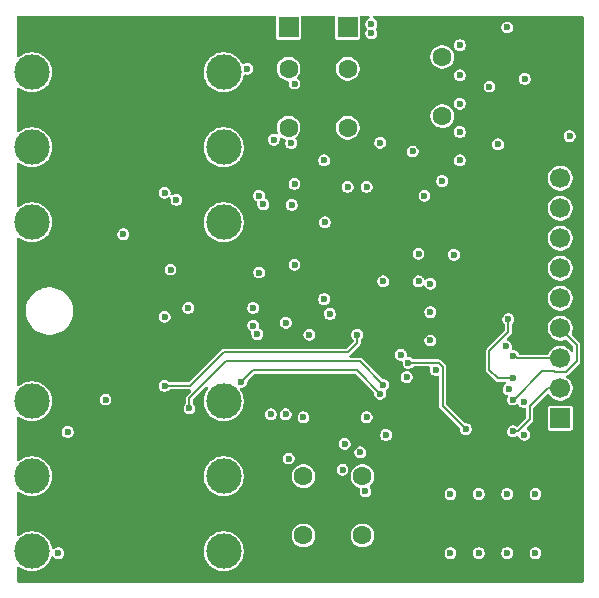
<source format=gbr>
%TF.GenerationSoftware,KiCad,Pcbnew,9.0.4*%
%TF.CreationDate,2025-09-24T19:41:08-07:00*%
%TF.ProjectId,LE_FRONTEND,4c455f46-524f-44e5-9445-4e442e6b6963,rev?*%
%TF.SameCoordinates,Original*%
%TF.FileFunction,Copper,L3,Inr*%
%TF.FilePolarity,Positive*%
%FSLAX46Y46*%
G04 Gerber Fmt 4.6, Leading zero omitted, Abs format (unit mm)*
G04 Created by KiCad (PCBNEW 9.0.4) date 2025-09-24 19:41:08*
%MOMM*%
%LPD*%
G01*
G04 APERTURE LIST*
%TA.AperFunction,ComponentPad*%
%ADD10R,1.700000X1.700000*%
%TD*%
%TA.AperFunction,ComponentPad*%
%ADD11C,1.700000*%
%TD*%
%TA.AperFunction,ComponentPad*%
%ADD12C,1.600000*%
%TD*%
%TA.AperFunction,ComponentPad*%
%ADD13C,3.000000*%
%TD*%
%TA.AperFunction,ViaPad*%
%ADD14C,0.600000*%
%TD*%
%TA.AperFunction,Conductor*%
%ADD15C,0.200000*%
%TD*%
G04 APERTURE END LIST*
D10*
%TO.N,/SCK*%
%TO.C,J3*%
X112500000Y-146580000D03*
D11*
%TO.N,/{slash}CS*%
X112500000Y-144040000D03*
%TO.N,/SDI*%
X112500000Y-141500000D03*
%TO.N,/SDO*%
X112500000Y-138960000D03*
%TO.N,/{slash}IRQ*%
X112500000Y-136420000D03*
%TO.N,/MCLK*%
X112500000Y-133880000D03*
%TO.N,+3V3_DIG*%
X112500000Y-131340000D03*
%TO.N,Vin*%
X112500000Y-128800000D03*
%TO.N,GND*%
X112500000Y-126260000D03*
%TD*%
D12*
%TO.N,GND*%
%TO.C,C2*%
X94500000Y-117000000D03*
%TO.N,/IN+*%
X94500000Y-122000000D03*
%TD*%
D13*
%TO.N,N/C*%
%TO.C,J5*%
X67770000Y-151500000D03*
X84000000Y-151500000D03*
%TO.N,GND*%
X67770000Y-157850000D03*
%TO.N,N/C*%
X84000000Y-157850000D03*
%TO.N,/OUTPUT_SIG*%
X67770000Y-145150000D03*
%TO.N,N/C*%
X84000000Y-145150000D03*
%TD*%
D12*
%TO.N,GND*%
%TO.C,C21*%
X90750000Y-156500000D03*
%TO.N,/U1_INPUT_SIG*%
X90750000Y-151500000D03*
%TD*%
%TO.N,/U1_OUTPUT_SIG*%
%TO.C,C24*%
X95750000Y-151500000D03*
%TO.N,/OUTPUT_SIG*%
X95750000Y-156500000D03*
%TD*%
D13*
%TO.N,N/C*%
%TO.C,J1*%
X84000000Y-123650000D03*
X67770000Y-123650000D03*
%TO.N,GND*%
X84000000Y-117300000D03*
%TO.N,N/C*%
X67770000Y-117300000D03*
%TO.N,/POS_INPUT_SIG*%
X84000000Y-130000000D03*
%TO.N,N/C*%
X67770000Y-130000000D03*
%TD*%
D12*
%TO.N,/POS_INPUT_SIG*%
%TO.C,C1*%
X89500000Y-122000000D03*
%TO.N,Net-(U9A-+)*%
X89500000Y-117000000D03*
%TD*%
D10*
%TO.N,/Neg_input_Header*%
%TO.C,J2*%
X89500000Y-113500000D03*
%TD*%
D12*
%TO.N,GND*%
%TO.C,C3*%
X102500000Y-116000000D03*
%TO.N,/IN-*%
X102500000Y-121000000D03*
%TD*%
D10*
%TO.N,GND*%
%TO.C,J6*%
X94500000Y-113500000D03*
%TD*%
D14*
%TO.N,+3V3_Analog*%
X75500000Y-120000000D03*
X75000000Y-158000000D03*
X113500000Y-117000000D03*
X82500000Y-136250000D03*
X104000000Y-148800000D03*
X105200000Y-116600000D03*
X105600000Y-121000000D03*
X86750000Y-158250000D03*
X98400000Y-126400000D03*
X103000000Y-134600000D03*
X105600000Y-126500000D03*
X91810000Y-144475000D03*
X98050000Y-139500000D03*
X79000000Y-130500000D03*
X98500000Y-122400000D03*
X91810000Y-134950000D03*
X105600000Y-123750000D03*
X100250000Y-148750000D03*
X93500000Y-132500000D03*
X86000000Y-119750000D03*
X106500000Y-120050000D03*
X86000000Y-122600000D03*
X110000000Y-150400000D03*
X82250000Y-149000000D03*
X97000000Y-137250000D03*
X76750000Y-141250000D03*
X93500000Y-134500000D03*
X109500000Y-121100000D03*
X82500000Y-138500000D03*
X103000000Y-139000000D03*
X99400000Y-117800000D03*
%TO.N,GND*%
X107225000Y-123400000D03*
X97250000Y-123250000D03*
X101500000Y-135200000D03*
X96004952Y-152774758D03*
X105600000Y-153000000D03*
X106500000Y-118500000D03*
X75500000Y-131000000D03*
X108134761Y-144122205D03*
X99000000Y-141200000D03*
X107900000Y-140500000D03*
X95300000Y-139500000D03*
X101000000Y-127750000D03*
X74000000Y-145000000D03*
X86000000Y-117000000D03*
X108000000Y-113500000D03*
X104000000Y-119950000D03*
X101950000Y-142500000D03*
X109400000Y-145200000D03*
X70000000Y-158000000D03*
X109500000Y-117862500D03*
X87357772Y-128465544D03*
X89699999Y-123284524D03*
X79000000Y-138000000D03*
X95573514Y-149474986D03*
X108000000Y-153000000D03*
X103200000Y-158000000D03*
X103200000Y-153000000D03*
X104000000Y-122350000D03*
X109463677Y-147984853D03*
X89250000Y-146250000D03*
X113300000Y-122700000D03*
X79000000Y-143850000D03*
X97250000Y-144500000D03*
X104000000Y-115000000D03*
X85500000Y-143500000D03*
X110400000Y-158000000D03*
X101500000Y-137600000D03*
X96500000Y-113199997D03*
X101500000Y-140000000D03*
X104000000Y-117550000D03*
X103500000Y-132750000D03*
X108000000Y-158000000D03*
X110400000Y-153000000D03*
X104000000Y-124750000D03*
X86853108Y-139457432D03*
X100500000Y-132650000D03*
X105600000Y-158000000D03*
X80000000Y-128100000D03*
X79500000Y-134000000D03*
%TO.N,/U1_REFERENCE_NON-INVERTING*%
X80999228Y-137251070D03*
X89270000Y-138500000D03*
X86497017Y-138741051D03*
%TO.N,/IN+*%
X97500000Y-135000000D03*
X96100000Y-127000000D03*
%TO.N,/IN-*%
X100500000Y-135000000D03*
X102500000Y-126500000D03*
%TO.N,/U9_input_neg*%
X87000000Y-127750000D03*
X87000000Y-134250000D03*
%TO.N,/POS_INPUT_SIG*%
X88250000Y-123000000D03*
X79000000Y-127500000D03*
%TO.N,/Neg_input_Header*%
X90000000Y-126750000D03*
X96500000Y-114000000D03*
%TO.N,/VOUT*%
X99500000Y-143100000D03*
X97750000Y-148000000D03*
%TO.N,/SDO*%
X108500000Y-145000000D03*
%TO.N,/SCK*%
X108100000Y-138200000D03*
X108496338Y-143185267D03*
%TO.N,/SDI*%
X108500000Y-141300003D03*
%TO.N,/{slash}CS*%
X108500000Y-147700000D03*
%TO.N,Net-(U9A-+)*%
X89772501Y-128522501D03*
X92500000Y-136500000D03*
X90000000Y-118250000D03*
%TO.N,/2V5*%
X97502983Y-143741051D03*
X81100000Y-145750000D03*
%TO.N,/1V2*%
X91250000Y-139525000D03*
X86500000Y-137250000D03*
X93000000Y-137750000D03*
%TO.N,Net-(U5-\u002ACS)*%
X104500000Y-147500000D03*
X99641987Y-141900000D03*
%TO.N,/U1_INPUT_SIG*%
X89500000Y-150000000D03*
X88000000Y-146250000D03*
X94250000Y-148750000D03*
%TO.N,/U1_OUTPUT_SIG*%
X90750000Y-146500000D03*
X94066040Y-150933960D03*
%TO.N,/U9_output_neg*%
X92500000Y-124750000D03*
X90000000Y-133600000D03*
X100000000Y-124000000D03*
%TO.N,/OUTPUT_SIG*%
X96100000Y-146493675D03*
X70800000Y-147750000D03*
%TO.N,/U9_output_pos*%
X92575000Y-130000000D03*
X94500000Y-127000000D03*
%TD*%
D15*
%TO.N,GND*%
X95300000Y-139500000D02*
X95300000Y-140200000D01*
X85500000Y-143500000D02*
X86500000Y-142500000D01*
X95250000Y-142500000D02*
X97250000Y-144500000D01*
X81150000Y-143850000D02*
X79000000Y-143850000D01*
X95300000Y-140200000D02*
X94500000Y-141000000D01*
X94500000Y-141000000D02*
X84000000Y-141000000D01*
X84000000Y-141000000D02*
X81150000Y-143850000D01*
X86500000Y-142500000D02*
X95250000Y-142500000D01*
%TO.N,/SDO*%
X111972240Y-142600000D02*
X112023240Y-142651000D01*
X108549940Y-145000000D02*
X110949940Y-142600000D01*
X113900000Y-140360000D02*
X112500000Y-138960000D01*
X112976760Y-142651000D02*
X113900000Y-141727760D01*
X110949940Y-142600000D02*
X111972240Y-142600000D01*
X112023240Y-142651000D02*
X112976760Y-142651000D01*
X108500000Y-145000000D02*
X108549940Y-145000000D01*
X113900000Y-141727760D02*
X113900000Y-140360000D01*
%TO.N,/SCK*%
X108100000Y-139300000D02*
X106500000Y-140900000D01*
X108100000Y-138200000D02*
X108100000Y-139300000D01*
X106500000Y-142500000D02*
X107185267Y-143185267D01*
X107185267Y-143185267D02*
X108496338Y-143185267D01*
X106500000Y-140900000D02*
X106500000Y-142500000D01*
%TO.N,/SDI*%
X108500000Y-141300003D02*
X108699997Y-141300003D01*
X108600000Y-141300003D02*
X108799997Y-141500000D01*
X108500000Y-141300003D02*
X108600000Y-141300003D01*
X108799997Y-141500000D02*
X112500000Y-141500000D01*
%TO.N,/{slash}CS*%
X111460000Y-144040000D02*
X112500000Y-144040000D01*
X108500000Y-147700000D02*
X108900000Y-147700000D01*
X109910598Y-145589402D02*
X111460000Y-144040000D01*
X109910598Y-146689402D02*
X109910598Y-145589402D01*
X108900000Y-147700000D02*
X109910598Y-146689402D01*
%TO.N,/2V5*%
X81100000Y-144886213D02*
X84236213Y-141750000D01*
X95511932Y-141750000D02*
X97502983Y-143741051D01*
X81100000Y-145750000D02*
X81100000Y-144886213D01*
X84236213Y-141750000D02*
X95511932Y-141750000D01*
%TO.N,Net-(U5-\u002ACS)*%
X102199943Y-141900000D02*
X102551000Y-142251057D01*
X99641987Y-141900000D02*
X102199943Y-141900000D01*
X102551000Y-145551000D02*
X104500000Y-147500000D01*
X102551000Y-142251057D02*
X102551000Y-145551000D01*
%TD*%
%TA.AperFunction,Conductor*%
%TO.N,+3V3_Analog*%
G36*
X88392555Y-112519685D02*
G01*
X88438310Y-112572489D01*
X88446881Y-112624160D01*
X88449500Y-112624160D01*
X88449500Y-114369752D01*
X88461131Y-114428229D01*
X88461132Y-114428230D01*
X88505447Y-114494552D01*
X88571769Y-114538867D01*
X88571770Y-114538868D01*
X88630247Y-114550499D01*
X88630250Y-114550500D01*
X88630252Y-114550500D01*
X90369750Y-114550500D01*
X90369751Y-114550499D01*
X90384568Y-114547552D01*
X90428229Y-114538868D01*
X90428229Y-114538867D01*
X90428231Y-114538867D01*
X90494552Y-114494552D01*
X90538867Y-114428231D01*
X90538867Y-114428229D01*
X90538868Y-114428229D01*
X90550499Y-114369752D01*
X90550500Y-114369750D01*
X90550500Y-112624160D01*
X90553390Y-112624160D01*
X90564016Y-112567673D01*
X90612005Y-112516891D01*
X90674484Y-112500000D01*
X93325516Y-112500000D01*
X93392555Y-112519685D01*
X93438310Y-112572489D01*
X93446881Y-112624160D01*
X93449500Y-112624160D01*
X93449500Y-114369752D01*
X93461131Y-114428229D01*
X93461132Y-114428230D01*
X93505447Y-114494552D01*
X93571769Y-114538867D01*
X93571770Y-114538868D01*
X93630247Y-114550499D01*
X93630250Y-114550500D01*
X93630252Y-114550500D01*
X95369750Y-114550500D01*
X95369751Y-114550499D01*
X95384568Y-114547552D01*
X95428229Y-114538868D01*
X95428229Y-114538867D01*
X95428231Y-114538867D01*
X95494552Y-114494552D01*
X95538867Y-114428231D01*
X95538867Y-114428229D01*
X95538868Y-114428229D01*
X95550499Y-114369752D01*
X95550500Y-114369750D01*
X95550500Y-112624160D01*
X95553390Y-112624160D01*
X95564016Y-112567673D01*
X95612005Y-112516891D01*
X95674484Y-112500000D01*
X96248655Y-112500000D01*
X96315694Y-112519685D01*
X96361449Y-112572489D01*
X96371393Y-112641647D01*
X96342368Y-112705203D01*
X96310655Y-112731387D01*
X96192689Y-112799495D01*
X96192683Y-112799499D01*
X96099502Y-112892680D01*
X96099500Y-112892683D01*
X96033608Y-113006809D01*
X95999500Y-113134105D01*
X95999500Y-113265888D01*
X96033608Y-113393184D01*
X96057236Y-113434108D01*
X96099500Y-113507311D01*
X96099502Y-113507313D01*
X96104506Y-113512317D01*
X96137991Y-113573640D01*
X96133007Y-113643332D01*
X96104510Y-113687675D01*
X96099503Y-113692682D01*
X96099501Y-113692684D01*
X96099500Y-113692686D01*
X96099211Y-113693187D01*
X96033608Y-113806813D01*
X95999500Y-113934108D01*
X95999500Y-114065891D01*
X96033608Y-114193187D01*
X96066554Y-114250250D01*
X96099500Y-114307314D01*
X96192686Y-114400500D01*
X96306814Y-114466392D01*
X96434108Y-114500500D01*
X96434110Y-114500500D01*
X96565890Y-114500500D01*
X96565892Y-114500500D01*
X96693186Y-114466392D01*
X96807314Y-114400500D01*
X96900500Y-114307314D01*
X96966392Y-114193186D01*
X97000500Y-114065892D01*
X97000500Y-113934108D01*
X96966392Y-113806814D01*
X96900500Y-113692686D01*
X96895493Y-113687679D01*
X96862008Y-113626356D01*
X96866992Y-113556664D01*
X96876413Y-113536927D01*
X96884394Y-113523415D01*
X96900500Y-113507311D01*
X96942764Y-113434108D01*
X107499500Y-113434108D01*
X107499500Y-113565891D01*
X107533608Y-113693187D01*
X107566554Y-113750250D01*
X107599500Y-113807314D01*
X107692686Y-113900500D01*
X107806814Y-113966392D01*
X107934108Y-114000500D01*
X107934110Y-114000500D01*
X108065890Y-114000500D01*
X108065892Y-114000500D01*
X108193186Y-113966392D01*
X108307314Y-113900500D01*
X108400500Y-113807314D01*
X108466392Y-113693186D01*
X108500500Y-113565892D01*
X108500500Y-113434108D01*
X108466392Y-113306814D01*
X108400500Y-113192686D01*
X108307314Y-113099500D01*
X108250250Y-113066554D01*
X108193187Y-113033608D01*
X108093177Y-113006811D01*
X108065892Y-112999500D01*
X107934108Y-112999500D01*
X107806812Y-113033608D01*
X107692686Y-113099500D01*
X107692683Y-113099502D01*
X107599502Y-113192683D01*
X107599500Y-113192686D01*
X107533608Y-113306812D01*
X107499500Y-113434108D01*
X96942764Y-113434108D01*
X96966392Y-113393183D01*
X97000500Y-113265889D01*
X97000500Y-113134105D01*
X96966392Y-113006811D01*
X96900500Y-112892683D01*
X96807314Y-112799497D01*
X96755268Y-112769448D01*
X96689345Y-112731387D01*
X96641129Y-112680820D01*
X96627907Y-112612213D01*
X96653875Y-112547348D01*
X96710789Y-112506820D01*
X96751345Y-112500000D01*
X114376000Y-112500000D01*
X114443039Y-112519685D01*
X114488794Y-112572489D01*
X114500000Y-112624000D01*
X114500000Y-160376000D01*
X114480315Y-160443039D01*
X114427511Y-160488794D01*
X114376000Y-160500000D01*
X66624000Y-160500000D01*
X66556961Y-160480315D01*
X66511206Y-160427511D01*
X66500000Y-160376000D01*
X66500000Y-159270375D01*
X66519685Y-159203336D01*
X66572489Y-159157581D01*
X66641647Y-159147637D01*
X66699484Y-159171998D01*
X66823226Y-159266948D01*
X67016274Y-159378405D01*
X67222219Y-159463710D01*
X67437537Y-159521404D01*
X67658543Y-159550500D01*
X67658550Y-159550500D01*
X67881450Y-159550500D01*
X67881457Y-159550500D01*
X68102463Y-159521404D01*
X68317781Y-159463710D01*
X68523726Y-159378405D01*
X68716774Y-159266948D01*
X68893624Y-159131247D01*
X69051247Y-158973624D01*
X69186948Y-158796774D01*
X69298405Y-158603726D01*
X69383710Y-158397781D01*
X69392842Y-158363699D01*
X69429204Y-158304040D01*
X69492050Y-158273509D01*
X69561426Y-158281803D01*
X69600297Y-158308111D01*
X69692686Y-158400500D01*
X69806814Y-158466392D01*
X69934108Y-158500500D01*
X69934110Y-158500500D01*
X70065890Y-158500500D01*
X70065892Y-158500500D01*
X70193186Y-158466392D01*
X70307314Y-158400500D01*
X70400500Y-158307314D01*
X70466392Y-158193186D01*
X70500500Y-158065892D01*
X70500500Y-157934108D01*
X70466392Y-157806814D01*
X70426979Y-157738549D01*
X82299500Y-157738549D01*
X82299500Y-157961450D01*
X82299501Y-157961466D01*
X82328594Y-158182452D01*
X82328595Y-158182457D01*
X82328596Y-158182463D01*
X82386288Y-158397773D01*
X82386290Y-158397780D01*
X82386293Y-158397790D01*
X82428837Y-158500499D01*
X82471595Y-158603726D01*
X82583052Y-158796774D01*
X82583057Y-158796780D01*
X82583058Y-158796782D01*
X82718751Y-158973622D01*
X82718757Y-158973629D01*
X82876370Y-159131242D01*
X82876376Y-159131247D01*
X83053226Y-159266948D01*
X83246274Y-159378405D01*
X83452219Y-159463710D01*
X83667537Y-159521404D01*
X83888543Y-159550500D01*
X83888550Y-159550500D01*
X84111450Y-159550500D01*
X84111457Y-159550500D01*
X84332463Y-159521404D01*
X84547781Y-159463710D01*
X84753726Y-159378405D01*
X84946774Y-159266948D01*
X85123624Y-159131247D01*
X85281247Y-158973624D01*
X85416948Y-158796774D01*
X85528405Y-158603726D01*
X85613710Y-158397781D01*
X85671404Y-158182463D01*
X85700500Y-157961457D01*
X85700500Y-157934108D01*
X102699500Y-157934108D01*
X102699500Y-158065891D01*
X102733608Y-158193187D01*
X102766554Y-158250250D01*
X102799500Y-158307314D01*
X102892686Y-158400500D01*
X103006814Y-158466392D01*
X103134108Y-158500500D01*
X103134110Y-158500500D01*
X103265890Y-158500500D01*
X103265892Y-158500500D01*
X103393186Y-158466392D01*
X103507314Y-158400500D01*
X103600500Y-158307314D01*
X103666392Y-158193186D01*
X103700500Y-158065892D01*
X103700500Y-157934108D01*
X105099500Y-157934108D01*
X105099500Y-158065891D01*
X105133608Y-158193187D01*
X105166554Y-158250250D01*
X105199500Y-158307314D01*
X105292686Y-158400500D01*
X105406814Y-158466392D01*
X105534108Y-158500500D01*
X105534110Y-158500500D01*
X105665890Y-158500500D01*
X105665892Y-158500500D01*
X105793186Y-158466392D01*
X105907314Y-158400500D01*
X106000500Y-158307314D01*
X106066392Y-158193186D01*
X106100500Y-158065892D01*
X106100500Y-157934108D01*
X107499500Y-157934108D01*
X107499500Y-158065891D01*
X107533608Y-158193187D01*
X107566554Y-158250250D01*
X107599500Y-158307314D01*
X107692686Y-158400500D01*
X107806814Y-158466392D01*
X107934108Y-158500500D01*
X107934110Y-158500500D01*
X108065890Y-158500500D01*
X108065892Y-158500500D01*
X108193186Y-158466392D01*
X108307314Y-158400500D01*
X108400500Y-158307314D01*
X108466392Y-158193186D01*
X108500500Y-158065892D01*
X108500500Y-157934108D01*
X109899500Y-157934108D01*
X109899500Y-158065891D01*
X109933608Y-158193187D01*
X109966554Y-158250250D01*
X109999500Y-158307314D01*
X110092686Y-158400500D01*
X110206814Y-158466392D01*
X110334108Y-158500500D01*
X110334110Y-158500500D01*
X110465890Y-158500500D01*
X110465892Y-158500500D01*
X110593186Y-158466392D01*
X110707314Y-158400500D01*
X110800500Y-158307314D01*
X110866392Y-158193186D01*
X110900500Y-158065892D01*
X110900500Y-157934108D01*
X110866392Y-157806814D01*
X110800500Y-157692686D01*
X110707314Y-157599500D01*
X110643604Y-157562717D01*
X110593187Y-157533608D01*
X110529539Y-157516554D01*
X110465892Y-157499500D01*
X110334108Y-157499500D01*
X110206812Y-157533608D01*
X110092686Y-157599500D01*
X110092683Y-157599502D01*
X109999502Y-157692683D01*
X109999500Y-157692686D01*
X109933608Y-157806812D01*
X109899500Y-157934108D01*
X108500500Y-157934108D01*
X108466392Y-157806814D01*
X108400500Y-157692686D01*
X108307314Y-157599500D01*
X108243604Y-157562717D01*
X108193187Y-157533608D01*
X108129539Y-157516554D01*
X108065892Y-157499500D01*
X107934108Y-157499500D01*
X107806812Y-157533608D01*
X107692686Y-157599500D01*
X107692683Y-157599502D01*
X107599502Y-157692683D01*
X107599500Y-157692686D01*
X107533608Y-157806812D01*
X107499500Y-157934108D01*
X106100500Y-157934108D01*
X106066392Y-157806814D01*
X106000500Y-157692686D01*
X105907314Y-157599500D01*
X105843604Y-157562717D01*
X105793187Y-157533608D01*
X105729539Y-157516554D01*
X105665892Y-157499500D01*
X105534108Y-157499500D01*
X105406812Y-157533608D01*
X105292686Y-157599500D01*
X105292683Y-157599502D01*
X105199502Y-157692683D01*
X105199500Y-157692686D01*
X105133608Y-157806812D01*
X105099500Y-157934108D01*
X103700500Y-157934108D01*
X103666392Y-157806814D01*
X103600500Y-157692686D01*
X103507314Y-157599500D01*
X103443604Y-157562717D01*
X103393187Y-157533608D01*
X103329539Y-157516554D01*
X103265892Y-157499500D01*
X103134108Y-157499500D01*
X103006812Y-157533608D01*
X102892686Y-157599500D01*
X102892683Y-157599502D01*
X102799502Y-157692683D01*
X102799500Y-157692686D01*
X102733608Y-157806812D01*
X102699500Y-157934108D01*
X85700500Y-157934108D01*
X85700500Y-157738543D01*
X85671404Y-157517537D01*
X85613710Y-157302219D01*
X85528405Y-157096274D01*
X85416948Y-156903226D01*
X85281247Y-156726376D01*
X85281242Y-156726370D01*
X85153415Y-156598543D01*
X89749499Y-156598543D01*
X89787947Y-156791829D01*
X89787950Y-156791839D01*
X89863364Y-156973907D01*
X89863371Y-156973920D01*
X89972860Y-157137781D01*
X89972863Y-157137785D01*
X90112214Y-157277136D01*
X90112218Y-157277139D01*
X90276079Y-157386628D01*
X90276092Y-157386635D01*
X90458160Y-157462049D01*
X90458165Y-157462051D01*
X90458169Y-157462051D01*
X90458170Y-157462052D01*
X90651456Y-157500500D01*
X90651459Y-157500500D01*
X90848543Y-157500500D01*
X90978582Y-157474632D01*
X91041835Y-157462051D01*
X91223914Y-157386632D01*
X91387782Y-157277139D01*
X91527139Y-157137782D01*
X91636632Y-156973914D01*
X91712051Y-156791835D01*
X91750500Y-156598543D01*
X94749499Y-156598543D01*
X94787947Y-156791829D01*
X94787950Y-156791839D01*
X94863364Y-156973907D01*
X94863371Y-156973920D01*
X94972860Y-157137781D01*
X94972863Y-157137785D01*
X95112214Y-157277136D01*
X95112218Y-157277139D01*
X95276079Y-157386628D01*
X95276092Y-157386635D01*
X95458160Y-157462049D01*
X95458165Y-157462051D01*
X95458169Y-157462051D01*
X95458170Y-157462052D01*
X95651456Y-157500500D01*
X95651459Y-157500500D01*
X95848543Y-157500500D01*
X95978582Y-157474632D01*
X96041835Y-157462051D01*
X96223914Y-157386632D01*
X96387782Y-157277139D01*
X96527139Y-157137782D01*
X96636632Y-156973914D01*
X96712051Y-156791835D01*
X96750500Y-156598541D01*
X96750500Y-156401459D01*
X96750500Y-156401456D01*
X96712052Y-156208170D01*
X96712051Y-156208169D01*
X96712051Y-156208165D01*
X96699803Y-156178596D01*
X96636635Y-156026092D01*
X96636628Y-156026079D01*
X96527139Y-155862218D01*
X96527136Y-155862214D01*
X96387785Y-155722863D01*
X96387781Y-155722860D01*
X96223920Y-155613371D01*
X96223907Y-155613364D01*
X96041839Y-155537950D01*
X96041829Y-155537947D01*
X95848543Y-155499500D01*
X95848541Y-155499500D01*
X95651459Y-155499500D01*
X95651457Y-155499500D01*
X95458170Y-155537947D01*
X95458160Y-155537950D01*
X95276092Y-155613364D01*
X95276079Y-155613371D01*
X95112218Y-155722860D01*
X95112214Y-155722863D01*
X94972863Y-155862214D01*
X94972860Y-155862218D01*
X94863371Y-156026079D01*
X94863364Y-156026092D01*
X94787950Y-156208160D01*
X94787947Y-156208170D01*
X94749500Y-156401456D01*
X94749500Y-156401459D01*
X94749500Y-156598541D01*
X94749500Y-156598543D01*
X94749499Y-156598543D01*
X91750500Y-156598543D01*
X91750500Y-156598541D01*
X91750500Y-156401459D01*
X91750500Y-156401456D01*
X91712052Y-156208170D01*
X91712051Y-156208169D01*
X91712051Y-156208165D01*
X91699803Y-156178596D01*
X91636635Y-156026092D01*
X91636628Y-156026079D01*
X91527139Y-155862218D01*
X91527136Y-155862214D01*
X91387785Y-155722863D01*
X91387781Y-155722860D01*
X91223920Y-155613371D01*
X91223907Y-155613364D01*
X91041839Y-155537950D01*
X91041829Y-155537947D01*
X90848543Y-155499500D01*
X90848541Y-155499500D01*
X90651459Y-155499500D01*
X90651457Y-155499500D01*
X90458170Y-155537947D01*
X90458160Y-155537950D01*
X90276092Y-155613364D01*
X90276079Y-155613371D01*
X90112218Y-155722860D01*
X90112214Y-155722863D01*
X89972863Y-155862214D01*
X89972860Y-155862218D01*
X89863371Y-156026079D01*
X89863364Y-156026092D01*
X89787950Y-156208160D01*
X89787947Y-156208170D01*
X89749500Y-156401456D01*
X89749500Y-156401459D01*
X89749500Y-156598541D01*
X89749500Y-156598543D01*
X89749499Y-156598543D01*
X85153415Y-156598543D01*
X85123629Y-156568757D01*
X85123622Y-156568751D01*
X85025869Y-156493743D01*
X84946782Y-156433058D01*
X84946780Y-156433057D01*
X84946774Y-156433052D01*
X84753726Y-156321595D01*
X84753722Y-156321593D01*
X84547790Y-156236293D01*
X84547783Y-156236291D01*
X84547781Y-156236290D01*
X84332463Y-156178596D01*
X84332457Y-156178595D01*
X84332452Y-156178594D01*
X84111466Y-156149501D01*
X84111463Y-156149500D01*
X84111457Y-156149500D01*
X83888543Y-156149500D01*
X83888537Y-156149500D01*
X83888533Y-156149501D01*
X83667547Y-156178594D01*
X83667540Y-156178595D01*
X83667537Y-156178596D01*
X83557165Y-156208170D01*
X83452219Y-156236290D01*
X83452209Y-156236293D01*
X83246277Y-156321593D01*
X83246273Y-156321595D01*
X83053226Y-156433052D01*
X83053217Y-156433058D01*
X82876377Y-156568751D01*
X82876370Y-156568757D01*
X82718757Y-156726370D01*
X82718751Y-156726377D01*
X82583058Y-156903217D01*
X82583052Y-156903226D01*
X82471595Y-157096273D01*
X82471593Y-157096277D01*
X82386293Y-157302209D01*
X82386290Y-157302219D01*
X82343464Y-157462051D01*
X82328597Y-157517534D01*
X82328594Y-157517547D01*
X82299501Y-157738533D01*
X82299500Y-157738549D01*
X70426979Y-157738549D01*
X70400500Y-157692686D01*
X70307314Y-157599500D01*
X70243604Y-157562717D01*
X70193187Y-157533608D01*
X70129539Y-157516554D01*
X70065892Y-157499500D01*
X69934108Y-157499500D01*
X69806812Y-157533608D01*
X69692686Y-157599500D01*
X69692682Y-157599503D01*
X69657971Y-157634214D01*
X69596648Y-157667699D01*
X69526956Y-157662713D01*
X69471023Y-157620841D01*
X69447352Y-157562717D01*
X69441405Y-157517547D01*
X69441404Y-157517537D01*
X69383710Y-157302219D01*
X69298405Y-157096274D01*
X69186948Y-156903226D01*
X69051247Y-156726376D01*
X69051242Y-156726370D01*
X68893629Y-156568757D01*
X68893622Y-156568751D01*
X68716782Y-156433058D01*
X68716780Y-156433057D01*
X68716774Y-156433052D01*
X68523726Y-156321595D01*
X68523722Y-156321593D01*
X68317790Y-156236293D01*
X68317783Y-156236291D01*
X68317781Y-156236290D01*
X68102463Y-156178596D01*
X68102457Y-156178595D01*
X68102452Y-156178594D01*
X67881466Y-156149501D01*
X67881463Y-156149500D01*
X67881457Y-156149500D01*
X67658543Y-156149500D01*
X67658537Y-156149500D01*
X67658533Y-156149501D01*
X67437547Y-156178594D01*
X67437540Y-156178595D01*
X67437537Y-156178596D01*
X67327165Y-156208170D01*
X67222219Y-156236290D01*
X67222209Y-156236293D01*
X67016277Y-156321593D01*
X67016273Y-156321595D01*
X66823226Y-156433052D01*
X66823217Y-156433058D01*
X66699486Y-156528000D01*
X66634317Y-156553194D01*
X66565872Y-156539155D01*
X66515882Y-156490341D01*
X66500000Y-156429624D01*
X66500000Y-152920375D01*
X66519685Y-152853336D01*
X66572489Y-152807581D01*
X66641647Y-152797637D01*
X66699484Y-152821998D01*
X66823226Y-152916948D01*
X67016274Y-153028405D01*
X67222219Y-153113710D01*
X67437537Y-153171404D01*
X67658543Y-153200500D01*
X67658550Y-153200500D01*
X67881450Y-153200500D01*
X67881457Y-153200500D01*
X68102463Y-153171404D01*
X68317781Y-153113710D01*
X68523726Y-153028405D01*
X68716774Y-152916948D01*
X68893624Y-152781247D01*
X69051247Y-152623624D01*
X69186948Y-152446774D01*
X69298405Y-152253726D01*
X69383710Y-152047781D01*
X69441404Y-151832463D01*
X69470500Y-151611457D01*
X69470500Y-151388549D01*
X82299500Y-151388549D01*
X82299500Y-151611450D01*
X82299501Y-151611466D01*
X82328594Y-151832452D01*
X82328595Y-151832457D01*
X82328596Y-151832463D01*
X82366499Y-151973920D01*
X82386290Y-152047780D01*
X82386293Y-152047790D01*
X82471593Y-152253722D01*
X82471595Y-152253726D01*
X82583052Y-152446774D01*
X82583057Y-152446780D01*
X82583058Y-152446782D01*
X82718751Y-152623622D01*
X82718757Y-152623629D01*
X82876370Y-152781242D01*
X82876376Y-152781247D01*
X83053226Y-152916948D01*
X83246274Y-153028405D01*
X83452219Y-153113710D01*
X83667537Y-153171404D01*
X83888543Y-153200500D01*
X83888550Y-153200500D01*
X84111450Y-153200500D01*
X84111457Y-153200500D01*
X84332463Y-153171404D01*
X84547781Y-153113710D01*
X84753726Y-153028405D01*
X84946774Y-152916948D01*
X85123624Y-152781247D01*
X85281247Y-152623624D01*
X85416948Y-152446774D01*
X85528405Y-152253726D01*
X85613710Y-152047781D01*
X85671404Y-151832463D01*
X85700500Y-151611457D01*
X85700500Y-151598543D01*
X89749499Y-151598543D01*
X89787947Y-151791829D01*
X89787950Y-151791839D01*
X89863364Y-151973907D01*
X89863371Y-151973920D01*
X89972860Y-152137781D01*
X89972863Y-152137785D01*
X90112214Y-152277136D01*
X90112218Y-152277139D01*
X90276079Y-152386628D01*
X90276092Y-152386635D01*
X90421302Y-152446782D01*
X90458165Y-152462051D01*
X90458169Y-152462051D01*
X90458170Y-152462052D01*
X90651456Y-152500500D01*
X90651459Y-152500500D01*
X90848543Y-152500500D01*
X90978582Y-152474632D01*
X91041835Y-152462051D01*
X91223914Y-152386632D01*
X91387782Y-152277139D01*
X91527139Y-152137782D01*
X91636632Y-151973914D01*
X91712051Y-151791835D01*
X91747931Y-151611457D01*
X91750500Y-151598543D01*
X94749499Y-151598543D01*
X94787947Y-151791829D01*
X94787950Y-151791839D01*
X94863364Y-151973907D01*
X94863371Y-151973920D01*
X94972860Y-152137781D01*
X94972863Y-152137785D01*
X95112214Y-152277136D01*
X95112218Y-152277139D01*
X95276079Y-152386628D01*
X95276083Y-152386630D01*
X95276086Y-152386632D01*
X95458165Y-152462051D01*
X95458174Y-152462052D01*
X95458887Y-152462348D01*
X95513290Y-152506189D01*
X95535356Y-152572483D01*
X95531210Y-152609003D01*
X95504452Y-152708866D01*
X95504452Y-152840649D01*
X95538560Y-152967945D01*
X95571506Y-153025008D01*
X95604452Y-153082072D01*
X95697638Y-153175258D01*
X95811766Y-153241150D01*
X95939060Y-153275258D01*
X95939062Y-153275258D01*
X96070842Y-153275258D01*
X96070844Y-153275258D01*
X96198138Y-153241150D01*
X96312266Y-153175258D01*
X96405452Y-153082072D01*
X96471344Y-152967944D01*
X96480410Y-152934108D01*
X102699500Y-152934108D01*
X102699500Y-153065892D01*
X102703836Y-153082074D01*
X102733608Y-153193187D01*
X102761300Y-153241150D01*
X102799500Y-153307314D01*
X102892686Y-153400500D01*
X103006814Y-153466392D01*
X103134108Y-153500500D01*
X103134110Y-153500500D01*
X103265890Y-153500500D01*
X103265892Y-153500500D01*
X103393186Y-153466392D01*
X103507314Y-153400500D01*
X103600500Y-153307314D01*
X103666392Y-153193186D01*
X103700500Y-153065892D01*
X103700500Y-152934108D01*
X105099500Y-152934108D01*
X105099500Y-153065892D01*
X105103836Y-153082074D01*
X105133608Y-153193187D01*
X105161300Y-153241150D01*
X105199500Y-153307314D01*
X105292686Y-153400500D01*
X105406814Y-153466392D01*
X105534108Y-153500500D01*
X105534110Y-153500500D01*
X105665890Y-153500500D01*
X105665892Y-153500500D01*
X105793186Y-153466392D01*
X105907314Y-153400500D01*
X106000500Y-153307314D01*
X106066392Y-153193186D01*
X106100500Y-153065892D01*
X106100500Y-152934108D01*
X107499500Y-152934108D01*
X107499500Y-153065892D01*
X107503836Y-153082074D01*
X107533608Y-153193187D01*
X107561300Y-153241150D01*
X107599500Y-153307314D01*
X107692686Y-153400500D01*
X107806814Y-153466392D01*
X107934108Y-153500500D01*
X107934110Y-153500500D01*
X108065890Y-153500500D01*
X108065892Y-153500500D01*
X108193186Y-153466392D01*
X108307314Y-153400500D01*
X108400500Y-153307314D01*
X108466392Y-153193186D01*
X108500500Y-153065892D01*
X108500500Y-152934108D01*
X109899500Y-152934108D01*
X109899500Y-153065892D01*
X109903836Y-153082074D01*
X109933608Y-153193187D01*
X109961300Y-153241150D01*
X109999500Y-153307314D01*
X110092686Y-153400500D01*
X110206814Y-153466392D01*
X110334108Y-153500500D01*
X110334110Y-153500500D01*
X110465890Y-153500500D01*
X110465892Y-153500500D01*
X110593186Y-153466392D01*
X110707314Y-153400500D01*
X110800500Y-153307314D01*
X110866392Y-153193186D01*
X110900500Y-153065892D01*
X110900500Y-152934108D01*
X110866392Y-152806814D01*
X110800500Y-152692686D01*
X110707314Y-152599500D01*
X110650250Y-152566554D01*
X110593187Y-152533608D01*
X110529539Y-152516554D01*
X110465892Y-152499500D01*
X110334108Y-152499500D01*
X110206812Y-152533608D01*
X110092686Y-152599500D01*
X110092683Y-152599502D01*
X109999502Y-152692683D01*
X109999500Y-152692686D01*
X109933608Y-152806812D01*
X109910277Y-152893886D01*
X109899500Y-152934108D01*
X108500500Y-152934108D01*
X108466392Y-152806814D01*
X108400500Y-152692686D01*
X108307314Y-152599500D01*
X108250250Y-152566554D01*
X108193187Y-152533608D01*
X108129539Y-152516554D01*
X108065892Y-152499500D01*
X107934108Y-152499500D01*
X107806812Y-152533608D01*
X107692686Y-152599500D01*
X107692683Y-152599502D01*
X107599502Y-152692683D01*
X107599500Y-152692686D01*
X107533608Y-152806812D01*
X107510277Y-152893886D01*
X107499500Y-152934108D01*
X106100500Y-152934108D01*
X106066392Y-152806814D01*
X106000500Y-152692686D01*
X105907314Y-152599500D01*
X105850250Y-152566554D01*
X105793187Y-152533608D01*
X105729539Y-152516554D01*
X105665892Y-152499500D01*
X105534108Y-152499500D01*
X105406812Y-152533608D01*
X105292686Y-152599500D01*
X105292683Y-152599502D01*
X105199502Y-152692683D01*
X105199500Y-152692686D01*
X105133608Y-152806812D01*
X105110277Y-152893886D01*
X105099500Y-152934108D01*
X103700500Y-152934108D01*
X103666392Y-152806814D01*
X103600500Y-152692686D01*
X103507314Y-152599500D01*
X103450250Y-152566554D01*
X103393187Y-152533608D01*
X103329539Y-152516554D01*
X103265892Y-152499500D01*
X103134108Y-152499500D01*
X103006812Y-152533608D01*
X102892686Y-152599500D01*
X102892683Y-152599502D01*
X102799502Y-152692683D01*
X102799500Y-152692686D01*
X102733608Y-152806812D01*
X102710277Y-152893886D01*
X102699500Y-152934108D01*
X96480410Y-152934108D01*
X96505452Y-152840650D01*
X96505452Y-152708866D01*
X96471344Y-152581572D01*
X96466096Y-152572483D01*
X96427821Y-152506189D01*
X96405452Y-152467444D01*
X96400057Y-152462049D01*
X96389144Y-152451135D01*
X96355660Y-152389811D01*
X96360646Y-152320120D01*
X96389144Y-152275776D01*
X96527139Y-152137782D01*
X96636632Y-151973914D01*
X96712051Y-151791835D01*
X96747931Y-151611457D01*
X96750500Y-151598543D01*
X96750500Y-151401456D01*
X96712052Y-151208170D01*
X96712051Y-151208169D01*
X96712051Y-151208165D01*
X96695227Y-151167547D01*
X96636635Y-151026092D01*
X96636628Y-151026079D01*
X96527139Y-150862218D01*
X96527136Y-150862214D01*
X96387785Y-150722863D01*
X96387781Y-150722860D01*
X96223920Y-150613371D01*
X96223907Y-150613364D01*
X96041839Y-150537950D01*
X96041829Y-150537947D01*
X95848543Y-150499500D01*
X95848541Y-150499500D01*
X95651459Y-150499500D01*
X95651457Y-150499500D01*
X95458170Y-150537947D01*
X95458160Y-150537950D01*
X95276092Y-150613364D01*
X95276079Y-150613371D01*
X95112218Y-150722860D01*
X95112214Y-150722863D01*
X94972863Y-150862214D01*
X94972860Y-150862218D01*
X94863371Y-151026079D01*
X94863364Y-151026092D01*
X94787950Y-151208160D01*
X94787947Y-151208170D01*
X94749500Y-151401456D01*
X94749500Y-151401459D01*
X94749500Y-151598541D01*
X94749500Y-151598543D01*
X94749499Y-151598543D01*
X91750500Y-151598543D01*
X91750500Y-151401456D01*
X91712052Y-151208170D01*
X91712051Y-151208169D01*
X91712051Y-151208165D01*
X91695227Y-151167547D01*
X91636635Y-151026092D01*
X91636628Y-151026079D01*
X91571649Y-150928832D01*
X91571648Y-150928830D01*
X91531048Y-150868068D01*
X93565540Y-150868068D01*
X93565540Y-150999852D01*
X93572569Y-151026086D01*
X93599648Y-151127147D01*
X93632594Y-151184210D01*
X93665540Y-151241274D01*
X93758726Y-151334460D01*
X93872854Y-151400352D01*
X94000148Y-151434460D01*
X94000150Y-151434460D01*
X94131930Y-151434460D01*
X94131932Y-151434460D01*
X94259226Y-151400352D01*
X94373354Y-151334460D01*
X94466540Y-151241274D01*
X94532432Y-151127146D01*
X94566540Y-150999852D01*
X94566540Y-150868068D01*
X94532432Y-150740774D01*
X94466540Y-150626646D01*
X94373354Y-150533460D01*
X94314534Y-150499500D01*
X94259227Y-150467568D01*
X94195579Y-150450514D01*
X94131932Y-150433460D01*
X94000148Y-150433460D01*
X93872852Y-150467568D01*
X93758726Y-150533460D01*
X93758723Y-150533462D01*
X93665542Y-150626643D01*
X93665540Y-150626646D01*
X93599648Y-150740772D01*
X93598174Y-150746274D01*
X93565540Y-150868068D01*
X91531048Y-150868068D01*
X91527142Y-150862222D01*
X91527136Y-150862214D01*
X91387785Y-150722863D01*
X91387781Y-150722860D01*
X91223920Y-150613371D01*
X91223907Y-150613364D01*
X91041839Y-150537950D01*
X91041829Y-150537947D01*
X90848543Y-150499500D01*
X90848541Y-150499500D01*
X90651459Y-150499500D01*
X90651457Y-150499500D01*
X90458170Y-150537947D01*
X90458160Y-150537950D01*
X90276092Y-150613364D01*
X90276079Y-150613371D01*
X90112218Y-150722860D01*
X90112214Y-150722863D01*
X89972863Y-150862214D01*
X89972860Y-150862218D01*
X89863371Y-151026079D01*
X89863364Y-151026092D01*
X89787950Y-151208160D01*
X89787947Y-151208170D01*
X89749500Y-151401456D01*
X89749500Y-151401459D01*
X89749500Y-151598541D01*
X89749500Y-151598543D01*
X89749499Y-151598543D01*
X85700500Y-151598543D01*
X85700500Y-151388543D01*
X85671404Y-151167537D01*
X85613710Y-150952219D01*
X85528405Y-150746274D01*
X85416948Y-150553226D01*
X85281247Y-150376376D01*
X85281242Y-150376370D01*
X85123629Y-150218757D01*
X85123622Y-150218751D01*
X84946782Y-150083058D01*
X84946780Y-150083057D01*
X84946774Y-150083052D01*
X84860718Y-150033367D01*
X84860717Y-150033366D01*
X84753733Y-149971598D01*
X84753722Y-149971593D01*
X84663225Y-149934108D01*
X88999500Y-149934108D01*
X88999500Y-150065892D01*
X89004098Y-150083052D01*
X89033608Y-150193187D01*
X89039386Y-150203194D01*
X89099500Y-150307314D01*
X89192686Y-150400500D01*
X89306814Y-150466392D01*
X89434108Y-150500500D01*
X89434110Y-150500500D01*
X89565890Y-150500500D01*
X89565892Y-150500500D01*
X89693186Y-150466392D01*
X89807314Y-150400500D01*
X89900500Y-150307314D01*
X89966392Y-150193186D01*
X90000500Y-150065892D01*
X90000500Y-149934108D01*
X89966392Y-149806814D01*
X89900500Y-149692686D01*
X89807314Y-149599500D01*
X89750250Y-149566554D01*
X89693187Y-149533608D01*
X89668904Y-149527101D01*
X89565892Y-149499500D01*
X89434108Y-149499500D01*
X89306812Y-149533608D01*
X89192686Y-149599500D01*
X89192683Y-149599502D01*
X89099502Y-149692683D01*
X89099500Y-149692686D01*
X89033608Y-149806812D01*
X89012312Y-149886293D01*
X88999500Y-149934108D01*
X84663225Y-149934108D01*
X84547790Y-149886293D01*
X84547783Y-149886291D01*
X84547781Y-149886290D01*
X84332463Y-149828596D01*
X84332457Y-149828595D01*
X84332452Y-149828594D01*
X84111466Y-149799501D01*
X84111463Y-149799500D01*
X84111457Y-149799500D01*
X83888543Y-149799500D01*
X83888537Y-149799500D01*
X83888533Y-149799501D01*
X83667547Y-149828594D01*
X83667540Y-149828595D01*
X83667537Y-149828596D01*
X83492544Y-149875485D01*
X83452219Y-149886290D01*
X83452209Y-149886293D01*
X83246277Y-149971593D01*
X83246273Y-149971595D01*
X83053226Y-150083052D01*
X83053217Y-150083058D01*
X82876377Y-150218751D01*
X82876370Y-150218757D01*
X82718757Y-150376370D01*
X82718751Y-150376377D01*
X82583058Y-150553217D01*
X82583052Y-150553226D01*
X82471595Y-150746273D01*
X82471593Y-150746277D01*
X82386293Y-150952209D01*
X82386290Y-150952219D01*
X82339419Y-151127147D01*
X82328597Y-151167534D01*
X82328594Y-151167547D01*
X82299501Y-151388533D01*
X82299500Y-151388549D01*
X69470500Y-151388549D01*
X69470500Y-151388543D01*
X69441404Y-151167537D01*
X69383710Y-150952219D01*
X69298405Y-150746274D01*
X69186948Y-150553226D01*
X69051247Y-150376376D01*
X69051242Y-150376370D01*
X68893629Y-150218757D01*
X68893622Y-150218751D01*
X68716782Y-150083058D01*
X68716780Y-150083057D01*
X68716774Y-150083052D01*
X68523726Y-149971595D01*
X68523722Y-149971593D01*
X68317790Y-149886293D01*
X68317783Y-149886291D01*
X68317781Y-149886290D01*
X68102463Y-149828596D01*
X68102457Y-149828595D01*
X68102452Y-149828594D01*
X67881466Y-149799501D01*
X67881463Y-149799500D01*
X67881457Y-149799500D01*
X67658543Y-149799500D01*
X67658537Y-149799500D01*
X67658533Y-149799501D01*
X67437547Y-149828594D01*
X67437540Y-149828595D01*
X67437537Y-149828596D01*
X67262544Y-149875485D01*
X67222219Y-149886290D01*
X67222209Y-149886293D01*
X67016277Y-149971593D01*
X67016273Y-149971595D01*
X66823226Y-150083052D01*
X66823217Y-150083058D01*
X66699486Y-150178000D01*
X66634317Y-150203194D01*
X66565872Y-150189155D01*
X66515882Y-150140341D01*
X66500000Y-150079624D01*
X66500000Y-149409094D01*
X95073014Y-149409094D01*
X95073014Y-149540877D01*
X95107122Y-149668173D01*
X95121273Y-149692683D01*
X95173014Y-149782300D01*
X95266200Y-149875486D01*
X95380328Y-149941378D01*
X95507622Y-149975486D01*
X95507624Y-149975486D01*
X95639404Y-149975486D01*
X95639406Y-149975486D01*
X95766700Y-149941378D01*
X95880828Y-149875486D01*
X95974014Y-149782300D01*
X96039906Y-149668172D01*
X96074014Y-149540878D01*
X96074014Y-149409094D01*
X96039906Y-149281800D01*
X95974014Y-149167672D01*
X95880828Y-149074486D01*
X95823764Y-149041540D01*
X95766701Y-149008594D01*
X95703053Y-148991540D01*
X95639406Y-148974486D01*
X95507622Y-148974486D01*
X95380326Y-149008594D01*
X95266200Y-149074486D01*
X95266197Y-149074488D01*
X95173016Y-149167669D01*
X95173014Y-149167672D01*
X95107122Y-149281798D01*
X95073014Y-149409094D01*
X66500000Y-149409094D01*
X66500000Y-148684108D01*
X93749500Y-148684108D01*
X93749500Y-148815891D01*
X93783608Y-148943187D01*
X93801679Y-148974486D01*
X93849500Y-149057314D01*
X93942686Y-149150500D01*
X94056814Y-149216392D01*
X94184108Y-149250500D01*
X94184110Y-149250500D01*
X94315890Y-149250500D01*
X94315892Y-149250500D01*
X94443186Y-149216392D01*
X94557314Y-149150500D01*
X94650500Y-149057314D01*
X94716392Y-148943186D01*
X94750500Y-148815892D01*
X94750500Y-148684108D01*
X94716392Y-148556814D01*
X94650500Y-148442686D01*
X94557314Y-148349500D01*
X94500250Y-148316554D01*
X94443187Y-148283608D01*
X94379539Y-148266554D01*
X94315892Y-148249500D01*
X94184108Y-148249500D01*
X94056812Y-148283608D01*
X93942686Y-148349500D01*
X93942683Y-148349502D01*
X93849502Y-148442683D01*
X93849500Y-148442686D01*
X93783608Y-148556812D01*
X93749500Y-148684108D01*
X66500000Y-148684108D01*
X66500000Y-147684108D01*
X70299500Y-147684108D01*
X70299500Y-147815891D01*
X70333608Y-147943187D01*
X70347005Y-147966391D01*
X70399500Y-148057314D01*
X70492686Y-148150500D01*
X70606814Y-148216392D01*
X70734108Y-148250500D01*
X70734110Y-148250500D01*
X70865890Y-148250500D01*
X70865892Y-148250500D01*
X70993186Y-148216392D01*
X71107314Y-148150500D01*
X71200500Y-148057314D01*
X71266392Y-147943186D01*
X71268824Y-147934108D01*
X97249500Y-147934108D01*
X97249500Y-148065892D01*
X97258772Y-148100497D01*
X97283608Y-148193187D01*
X97297005Y-148216391D01*
X97349500Y-148307314D01*
X97442686Y-148400500D01*
X97556814Y-148466392D01*
X97684108Y-148500500D01*
X97684110Y-148500500D01*
X97815890Y-148500500D01*
X97815892Y-148500500D01*
X97943186Y-148466392D01*
X98057314Y-148400500D01*
X98150500Y-148307314D01*
X98216392Y-148193186D01*
X98250500Y-148065892D01*
X98250500Y-147934108D01*
X98216392Y-147806814D01*
X98150500Y-147692686D01*
X98057314Y-147599500D01*
X97983380Y-147556814D01*
X97943187Y-147533608D01*
X97879539Y-147516554D01*
X97815892Y-147499500D01*
X97684108Y-147499500D01*
X97556812Y-147533608D01*
X97442686Y-147599500D01*
X97442683Y-147599502D01*
X97349502Y-147692683D01*
X97349500Y-147692686D01*
X97283608Y-147806812D01*
X97260277Y-147893886D01*
X97249500Y-147934108D01*
X71268824Y-147934108D01*
X71300500Y-147815892D01*
X71300500Y-147684108D01*
X71266392Y-147556814D01*
X71200500Y-147442686D01*
X71107314Y-147349500D01*
X71033380Y-147306814D01*
X70993187Y-147283608D01*
X70929539Y-147266554D01*
X70865892Y-147249500D01*
X70734108Y-147249500D01*
X70606812Y-147283608D01*
X70492686Y-147349500D01*
X70492683Y-147349502D01*
X70399502Y-147442683D01*
X70399500Y-147442686D01*
X70333608Y-147556812D01*
X70299500Y-147684108D01*
X66500000Y-147684108D01*
X66500000Y-146570375D01*
X66519685Y-146503336D01*
X66572489Y-146457581D01*
X66641647Y-146447637D01*
X66699484Y-146471998D01*
X66823226Y-146566948D01*
X67016274Y-146678405D01*
X67222219Y-146763710D01*
X67437537Y-146821404D01*
X67658543Y-146850500D01*
X67658550Y-146850500D01*
X67881450Y-146850500D01*
X67881457Y-146850500D01*
X68102463Y-146821404D01*
X68317781Y-146763710D01*
X68523726Y-146678405D01*
X68716774Y-146566948D01*
X68893624Y-146431247D01*
X69051247Y-146273624D01*
X69186948Y-146096774D01*
X69298405Y-145903726D01*
X69383710Y-145697781D01*
X69441404Y-145482463D01*
X69470500Y-145261457D01*
X69470500Y-145038543D01*
X69456751Y-144934108D01*
X73499500Y-144934108D01*
X73499500Y-145065892D01*
X73506094Y-145090500D01*
X73533608Y-145193187D01*
X73566554Y-145250250D01*
X73599500Y-145307314D01*
X73692686Y-145400500D01*
X73780797Y-145451371D01*
X73806810Y-145466390D01*
X73806814Y-145466392D01*
X73934108Y-145500500D01*
X73934110Y-145500500D01*
X74065890Y-145500500D01*
X74065892Y-145500500D01*
X74193186Y-145466392D01*
X74307314Y-145400500D01*
X74400500Y-145307314D01*
X74466392Y-145193186D01*
X74500500Y-145065892D01*
X74500500Y-144934108D01*
X74466392Y-144806814D01*
X74400500Y-144692686D01*
X74307314Y-144599500D01*
X74249100Y-144565890D01*
X74193187Y-144533608D01*
X74093968Y-144507023D01*
X74065892Y-144499500D01*
X73934108Y-144499500D01*
X73806812Y-144533608D01*
X73692686Y-144599500D01*
X73692683Y-144599502D01*
X73599502Y-144692683D01*
X73599500Y-144692686D01*
X73533608Y-144806812D01*
X73520435Y-144855975D01*
X73499500Y-144934108D01*
X69456751Y-144934108D01*
X69441404Y-144817537D01*
X69383710Y-144602219D01*
X69368662Y-144565891D01*
X69342214Y-144502039D01*
X69298405Y-144396274D01*
X69186948Y-144203226D01*
X69074220Y-144056315D01*
X69051248Y-144026377D01*
X69051242Y-144026370D01*
X68893625Y-143868753D01*
X68783312Y-143784108D01*
X78499500Y-143784108D01*
X78499500Y-143915892D01*
X78504416Y-143934238D01*
X78533608Y-144043187D01*
X78541188Y-144056315D01*
X78599500Y-144157314D01*
X78692686Y-144250500D01*
X78806814Y-144316392D01*
X78934108Y-144350500D01*
X78934110Y-144350500D01*
X79065890Y-144350500D01*
X79065892Y-144350500D01*
X79193186Y-144316392D01*
X79307314Y-144250500D01*
X79370995Y-144186819D01*
X79432318Y-144153334D01*
X79458676Y-144150500D01*
X81111380Y-144150500D01*
X81178419Y-144170185D01*
X81224174Y-144222989D01*
X81234118Y-144292147D01*
X81205093Y-144355703D01*
X81199061Y-144362181D01*
X80859541Y-144701700D01*
X80859535Y-144701708D01*
X80819982Y-144770217D01*
X80819979Y-144770222D01*
X80799500Y-144846652D01*
X80799500Y-145291323D01*
X80779815Y-145358362D01*
X80763182Y-145379004D01*
X80699500Y-145442686D01*
X80633608Y-145556812D01*
X80599500Y-145684108D01*
X80599500Y-145815891D01*
X80633608Y-145943187D01*
X80662469Y-145993175D01*
X80699500Y-146057314D01*
X80792686Y-146150500D01*
X80906814Y-146216392D01*
X81034108Y-146250500D01*
X81034110Y-146250500D01*
X81165890Y-146250500D01*
X81165892Y-146250500D01*
X81293186Y-146216392D01*
X81407314Y-146150500D01*
X81500500Y-146057314D01*
X81566392Y-145943186D01*
X81600500Y-145815892D01*
X81600500Y-145684108D01*
X81566392Y-145556814D01*
X81500500Y-145442686D01*
X81436818Y-145379004D01*
X81422113Y-145352073D01*
X81405523Y-145326258D01*
X81404631Y-145320055D01*
X81403334Y-145317680D01*
X81400500Y-145291323D01*
X81400500Y-145062046D01*
X81420185Y-144995007D01*
X81436819Y-144974365D01*
X81935351Y-144475833D01*
X82482309Y-143928874D01*
X82543630Y-143895391D01*
X82613322Y-143900375D01*
X82669255Y-143942247D01*
X82693672Y-144007711D01*
X82678820Y-144075984D01*
X82668364Y-144092043D01*
X82583058Y-144203216D01*
X82583052Y-144203226D01*
X82471595Y-144396273D01*
X82471593Y-144396277D01*
X82386293Y-144602209D01*
X82386290Y-144602219D01*
X82331336Y-144807313D01*
X82328597Y-144817534D01*
X82328594Y-144817547D01*
X82299501Y-145038533D01*
X82299500Y-145038549D01*
X82299500Y-145261450D01*
X82299501Y-145261466D01*
X82328594Y-145482452D01*
X82328595Y-145482457D01*
X82328596Y-145482463D01*
X82382627Y-145684110D01*
X82386290Y-145697780D01*
X82386293Y-145697790D01*
X82471593Y-145903722D01*
X82471595Y-145903726D01*
X82583052Y-146096774D01*
X82583057Y-146096780D01*
X82583058Y-146096782D01*
X82718751Y-146273622D01*
X82718757Y-146273629D01*
X82876370Y-146431242D01*
X82876377Y-146431248D01*
X82897736Y-146447637D01*
X83053226Y-146566948D01*
X83246274Y-146678405D01*
X83452219Y-146763710D01*
X83667537Y-146821404D01*
X83888543Y-146850500D01*
X83888550Y-146850500D01*
X84111450Y-146850500D01*
X84111457Y-146850500D01*
X84332463Y-146821404D01*
X84547781Y-146763710D01*
X84753726Y-146678405D01*
X84946774Y-146566948D01*
X85123624Y-146431247D01*
X85281247Y-146273624D01*
X85349935Y-146184108D01*
X87499500Y-146184108D01*
X87499500Y-146315891D01*
X87533608Y-146443187D01*
X87541919Y-146457581D01*
X87599500Y-146557314D01*
X87692686Y-146650500D01*
X87806814Y-146716392D01*
X87934108Y-146750500D01*
X87934110Y-146750500D01*
X88065890Y-146750500D01*
X88065892Y-146750500D01*
X88193186Y-146716392D01*
X88307314Y-146650500D01*
X88400500Y-146557314D01*
X88466392Y-146443186D01*
X88500500Y-146315892D01*
X88500500Y-146184108D01*
X88749500Y-146184108D01*
X88749500Y-146315891D01*
X88783608Y-146443187D01*
X88791919Y-146457581D01*
X88849500Y-146557314D01*
X88942686Y-146650500D01*
X89056814Y-146716392D01*
X89184108Y-146750500D01*
X89184110Y-146750500D01*
X89315890Y-146750500D01*
X89315892Y-146750500D01*
X89443186Y-146716392D01*
X89557314Y-146650500D01*
X89650500Y-146557314D01*
X89716392Y-146443186D01*
X89718824Y-146434108D01*
X90249500Y-146434108D01*
X90249500Y-146565891D01*
X90283608Y-146693187D01*
X90297005Y-146716391D01*
X90349500Y-146807314D01*
X90442686Y-146900500D01*
X90556814Y-146966392D01*
X90684108Y-147000500D01*
X90684110Y-147000500D01*
X90815890Y-147000500D01*
X90815892Y-147000500D01*
X90943186Y-146966392D01*
X91057314Y-146900500D01*
X91150500Y-146807314D01*
X91216392Y-146693186D01*
X91250500Y-146565892D01*
X91250500Y-146434108D01*
X91248805Y-146427783D01*
X95599500Y-146427783D01*
X95599500Y-146559567D01*
X95601478Y-146566948D01*
X95633608Y-146686862D01*
X95657915Y-146728962D01*
X95699500Y-146800989D01*
X95792686Y-146894175D01*
X95906814Y-146960067D01*
X96034108Y-146994175D01*
X96034110Y-146994175D01*
X96165890Y-146994175D01*
X96165892Y-146994175D01*
X96293186Y-146960067D01*
X96407314Y-146894175D01*
X96500500Y-146800989D01*
X96566392Y-146686861D01*
X96600500Y-146559567D01*
X96600500Y-146427783D01*
X96566392Y-146300489D01*
X96500500Y-146186361D01*
X96407314Y-146093175D01*
X96344332Y-146056812D01*
X96293187Y-146027283D01*
X96189497Y-145999500D01*
X96165892Y-145993175D01*
X96034108Y-145993175D01*
X95906812Y-146027283D01*
X95792686Y-146093175D01*
X95792683Y-146093177D01*
X95699502Y-146186358D01*
X95699500Y-146186361D01*
X95633608Y-146300487D01*
X95608582Y-146393887D01*
X95599500Y-146427783D01*
X91248805Y-146427783D01*
X91216392Y-146306814D01*
X91150500Y-146192686D01*
X91057314Y-146099500D01*
X91000250Y-146066554D01*
X90943187Y-146033608D01*
X90879539Y-146016554D01*
X90815892Y-145999500D01*
X90684108Y-145999500D01*
X90556812Y-146033608D01*
X90442686Y-146099500D01*
X90442683Y-146099502D01*
X90349502Y-146192683D01*
X90349500Y-146192686D01*
X90283608Y-146306812D01*
X90249500Y-146434108D01*
X89718824Y-146434108D01*
X89750500Y-146315892D01*
X89750500Y-146184108D01*
X89716392Y-146056814D01*
X89650500Y-145942686D01*
X89557314Y-145849500D01*
X89499100Y-145815890D01*
X89443187Y-145783608D01*
X89344289Y-145757109D01*
X89315892Y-145749500D01*
X89184108Y-145749500D01*
X89056812Y-145783608D01*
X88942686Y-145849500D01*
X88942683Y-145849502D01*
X88849502Y-145942683D01*
X88849500Y-145942686D01*
X88783608Y-146056812D01*
X88749500Y-146184108D01*
X88500500Y-146184108D01*
X88466392Y-146056814D01*
X88400500Y-145942686D01*
X88307314Y-145849500D01*
X88249100Y-145815890D01*
X88193187Y-145783608D01*
X88094289Y-145757109D01*
X88065892Y-145749500D01*
X87934108Y-145749500D01*
X87806812Y-145783608D01*
X87692686Y-145849500D01*
X87692683Y-145849502D01*
X87599502Y-145942683D01*
X87599500Y-145942686D01*
X87533608Y-146056812D01*
X87499500Y-146184108D01*
X85349935Y-146184108D01*
X85416948Y-146096774D01*
X85528405Y-145903726D01*
X85613710Y-145697781D01*
X85671404Y-145482463D01*
X85700500Y-145261457D01*
X85700500Y-145038543D01*
X85671404Y-144817537D01*
X85613710Y-144602219D01*
X85598662Y-144565891D01*
X85572214Y-144502039D01*
X85528405Y-144396274D01*
X85416948Y-144203226D01*
X85416941Y-144203217D01*
X85416940Y-144203215D01*
X85414463Y-144199987D01*
X85389268Y-144134818D01*
X85403306Y-144066373D01*
X85452120Y-144016383D01*
X85512838Y-144000500D01*
X85565890Y-144000500D01*
X85565892Y-144000500D01*
X85693186Y-143966392D01*
X85807314Y-143900500D01*
X85900500Y-143807314D01*
X85966392Y-143693186D01*
X86000500Y-143565892D01*
X86000500Y-143475832D01*
X86020185Y-143408793D01*
X86036819Y-143388151D01*
X86588152Y-142836819D01*
X86649475Y-142803334D01*
X86675833Y-142800500D01*
X95074167Y-142800500D01*
X95141206Y-142820185D01*
X95161848Y-142836819D01*
X96713181Y-144388152D01*
X96746666Y-144449475D01*
X96749500Y-144475833D01*
X96749500Y-144565892D01*
X96755584Y-144588597D01*
X96783608Y-144693187D01*
X96799657Y-144720984D01*
X96849500Y-144807314D01*
X96942686Y-144900500D01*
X97056814Y-144966392D01*
X97184108Y-145000500D01*
X97184110Y-145000500D01*
X97315890Y-145000500D01*
X97315892Y-145000500D01*
X97443186Y-144966392D01*
X97557314Y-144900500D01*
X97650500Y-144807314D01*
X97716392Y-144693186D01*
X97750500Y-144565892D01*
X97750500Y-144434108D01*
X97716392Y-144306814D01*
X97716391Y-144306812D01*
X97715249Y-144302550D01*
X97716912Y-144232700D01*
X97756075Y-144174838D01*
X97773015Y-144163075D01*
X97810297Y-144141551D01*
X97903483Y-144048365D01*
X97969375Y-143934237D01*
X98003483Y-143806943D01*
X98003483Y-143675159D01*
X97969375Y-143547865D01*
X97903483Y-143433737D01*
X97810297Y-143340551D01*
X97751863Y-143306814D01*
X97696170Y-143274659D01*
X97608461Y-143251158D01*
X97568875Y-143240551D01*
X97478816Y-143240551D01*
X97411777Y-143220866D01*
X97391135Y-143204232D01*
X95696442Y-141509539D01*
X95682282Y-141501364D01*
X95668122Y-141493189D01*
X95648021Y-141481584D01*
X95627922Y-141469979D01*
X95602445Y-141463152D01*
X95551494Y-141449500D01*
X94774833Y-141449500D01*
X94707794Y-141429815D01*
X94662039Y-141377011D01*
X94652095Y-141307853D01*
X94681120Y-141244297D01*
X94687152Y-141237819D01*
X94790863Y-141134108D01*
X98499500Y-141134108D01*
X98499500Y-141265891D01*
X98533608Y-141393187D01*
X98566121Y-141449500D01*
X98599500Y-141507314D01*
X98692686Y-141600500D01*
X98785501Y-141654087D01*
X98803384Y-141664412D01*
X98806814Y-141666392D01*
X98934108Y-141700500D01*
X98934110Y-141700500D01*
X99017682Y-141700500D01*
X99084721Y-141720185D01*
X99130476Y-141772989D01*
X99138417Y-141825981D01*
X99141487Y-141825981D01*
X99141487Y-141965891D01*
X99175595Y-142093187D01*
X99183345Y-142106610D01*
X99241487Y-142207314D01*
X99334673Y-142300500D01*
X99448799Y-142366391D01*
X99455840Y-142370456D01*
X99454968Y-142371965D01*
X99501663Y-142409592D01*
X99523731Y-142475885D01*
X99506454Y-142543585D01*
X99455319Y-142591198D01*
X99431904Y-142600090D01*
X99400759Y-142608435D01*
X99306812Y-142633608D01*
X99192686Y-142699500D01*
X99192683Y-142699502D01*
X99099502Y-142792683D01*
X99099500Y-142792686D01*
X99033608Y-142906812D01*
X99003204Y-143020286D01*
X98999500Y-143034108D01*
X98999500Y-143165892D01*
X99009773Y-143204232D01*
X99033608Y-143293187D01*
X99041475Y-143306812D01*
X99099500Y-143407314D01*
X99192686Y-143500500D01*
X99291521Y-143557563D01*
X99305944Y-143565890D01*
X99306814Y-143566392D01*
X99434108Y-143600500D01*
X99434110Y-143600500D01*
X99565890Y-143600500D01*
X99565892Y-143600500D01*
X99693186Y-143566392D01*
X99807314Y-143500500D01*
X99900500Y-143407314D01*
X99966392Y-143293186D01*
X100000500Y-143165892D01*
X100000500Y-143034108D01*
X99966392Y-142906814D01*
X99900500Y-142792686D01*
X99807314Y-142699500D01*
X99693186Y-142633608D01*
X99693185Y-142633607D01*
X99686147Y-142629544D01*
X99687017Y-142628035D01*
X99640317Y-142590398D01*
X99618255Y-142524103D01*
X99635537Y-142456405D01*
X99686676Y-142408797D01*
X99710073Y-142399912D01*
X99835173Y-142366392D01*
X99949301Y-142300500D01*
X100012982Y-142236819D01*
X100074305Y-142203334D01*
X100100663Y-142200500D01*
X101350495Y-142200500D01*
X101417534Y-142220185D01*
X101463289Y-142272989D01*
X101473233Y-142342147D01*
X101470270Y-142356591D01*
X101449500Y-142434108D01*
X101449500Y-142565891D01*
X101483608Y-142693187D01*
X101516554Y-142750250D01*
X101549500Y-142807314D01*
X101642686Y-142900500D01*
X101741521Y-142957563D01*
X101756583Y-142966259D01*
X101756814Y-142966392D01*
X101884108Y-143000500D01*
X101884110Y-143000500D01*
X102015889Y-143000500D01*
X102015892Y-143000500D01*
X102094410Y-142979461D01*
X102164256Y-142981124D01*
X102222118Y-143020286D01*
X102249623Y-143084514D01*
X102250500Y-143099236D01*
X102250500Y-145590562D01*
X102253163Y-145600499D01*
X102270979Y-145666990D01*
X102277078Y-145677553D01*
X102290391Y-145700612D01*
X102293148Y-145705386D01*
X102293149Y-145705390D01*
X102293150Y-145705390D01*
X102310539Y-145735509D01*
X102310541Y-145735512D01*
X103963181Y-147388152D01*
X103996666Y-147449475D01*
X103999500Y-147475833D01*
X103999500Y-147565892D01*
X104013695Y-147618868D01*
X104033608Y-147693187D01*
X104066554Y-147750250D01*
X104099500Y-147807314D01*
X104192686Y-147900500D01*
X104306814Y-147966392D01*
X104434108Y-148000500D01*
X104434110Y-148000500D01*
X104565890Y-148000500D01*
X104565892Y-148000500D01*
X104693186Y-147966392D01*
X104807314Y-147900500D01*
X104900500Y-147807314D01*
X104966392Y-147693186D01*
X105000500Y-147565892D01*
X105000500Y-147434108D01*
X104966392Y-147306814D01*
X104900500Y-147192686D01*
X104807314Y-147099500D01*
X104750250Y-147066554D01*
X104693187Y-147033608D01*
X104629539Y-147016554D01*
X104565892Y-146999500D01*
X104475833Y-146999500D01*
X104408794Y-146979815D01*
X104388152Y-146963181D01*
X102887819Y-145462848D01*
X102854334Y-145401525D01*
X102851500Y-145375167D01*
X102851500Y-142211496D01*
X102851499Y-142211492D01*
X102846460Y-142192685D01*
X102846460Y-142192686D01*
X102831022Y-142135069D01*
X102791460Y-142066546D01*
X102384454Y-141659540D01*
X102384453Y-141659539D01*
X102384450Y-141659537D01*
X102375008Y-141654086D01*
X102375007Y-141654086D01*
X102315934Y-141619980D01*
X102315933Y-141619979D01*
X102290456Y-141613152D01*
X102239505Y-141599500D01*
X102239503Y-141599500D01*
X100100663Y-141599500D01*
X100033624Y-141579815D01*
X100012982Y-141563181D01*
X99949303Y-141499502D01*
X99949301Y-141499500D01*
X99862699Y-141449500D01*
X99835174Y-141433608D01*
X99771526Y-141416554D01*
X99707879Y-141399500D01*
X99624305Y-141399500D01*
X99557266Y-141379815D01*
X99511511Y-141327011D01*
X99503570Y-141274019D01*
X99500500Y-141274019D01*
X99500500Y-141134110D01*
X99500500Y-141134108D01*
X99466392Y-141006814D01*
X99466390Y-141006810D01*
X99412985Y-140914310D01*
X99412984Y-140914308D01*
X99400503Y-140892692D01*
X99400500Y-140892686D01*
X99368252Y-140860438D01*
X106199500Y-140860438D01*
X106199500Y-142539562D01*
X106213122Y-142590398D01*
X106219979Y-142615990D01*
X106219982Y-142615995D01*
X106259535Y-142684504D01*
X106259539Y-142684509D01*
X106259540Y-142684511D01*
X106944807Y-143369778D01*
X107000756Y-143425727D01*
X107000758Y-143425728D01*
X107000762Y-143425731D01*
X107069271Y-143465284D01*
X107069278Y-143465288D01*
X107145705Y-143485767D01*
X107773329Y-143485767D01*
X107840368Y-143505452D01*
X107886123Y-143558256D01*
X107896067Y-143627414D01*
X107867042Y-143690970D01*
X107835331Y-143717153D01*
X107827450Y-143721703D01*
X107827444Y-143721707D01*
X107734263Y-143814888D01*
X107734261Y-143814891D01*
X107668369Y-143929017D01*
X107642282Y-144026377D01*
X107634261Y-144056313D01*
X107634261Y-144188097D01*
X107643610Y-144222989D01*
X107668369Y-144315392D01*
X107688639Y-144350500D01*
X107734261Y-144429519D01*
X107827447Y-144522705D01*
X107941575Y-144588597D01*
X107974293Y-144597363D01*
X108033953Y-144633728D01*
X108064482Y-144696575D01*
X108056187Y-144765950D01*
X108049586Y-144779138D01*
X108033609Y-144806810D01*
X108033609Y-144806811D01*
X108033609Y-144806812D01*
X108033608Y-144806814D01*
X107999500Y-144934108D01*
X107999500Y-145065892D01*
X108006094Y-145090500D01*
X108033608Y-145193187D01*
X108066554Y-145250250D01*
X108099500Y-145307314D01*
X108192686Y-145400500D01*
X108280797Y-145451371D01*
X108306810Y-145466390D01*
X108306814Y-145466392D01*
X108434108Y-145500500D01*
X108434110Y-145500500D01*
X108565890Y-145500500D01*
X108565892Y-145500500D01*
X108693186Y-145466392D01*
X108797814Y-145405984D01*
X108865713Y-145389511D01*
X108931740Y-145412363D01*
X108967201Y-145451371D01*
X108999500Y-145507314D01*
X109092686Y-145600500D01*
X109206814Y-145666392D01*
X109334108Y-145700500D01*
X109334110Y-145700500D01*
X109465889Y-145700500D01*
X109465892Y-145700500D01*
X109465894Y-145700499D01*
X109469905Y-145699971D01*
X109473299Y-145700500D01*
X109474019Y-145700500D01*
X109474019Y-145700612D01*
X109538941Y-145710732D01*
X109591200Y-145757109D01*
X109610098Y-145822909D01*
X109610098Y-146513568D01*
X109590413Y-146580607D01*
X109573779Y-146601249D01*
X108917840Y-147257187D01*
X108856517Y-147290672D01*
X108786825Y-147285688D01*
X108768159Y-147276893D01*
X108693189Y-147233609D01*
X108693186Y-147233608D01*
X108565892Y-147199500D01*
X108434108Y-147199500D01*
X108306812Y-147233608D01*
X108192686Y-147299500D01*
X108192683Y-147299502D01*
X108099502Y-147392683D01*
X108099500Y-147392686D01*
X108033608Y-147506812D01*
X108000467Y-147630499D01*
X107999500Y-147634108D01*
X107999500Y-147765892D01*
X108012897Y-147815890D01*
X108033608Y-147893187D01*
X108062476Y-147943186D01*
X108099500Y-148007314D01*
X108192686Y-148100500D01*
X108306814Y-148166392D01*
X108434108Y-148200500D01*
X108434110Y-148200500D01*
X108565890Y-148200500D01*
X108565892Y-148200500D01*
X108693186Y-148166392D01*
X108807314Y-148100500D01*
X108807317Y-148100496D01*
X108813890Y-148096702D01*
X108881790Y-148080229D01*
X108947817Y-148103081D01*
X108991008Y-148158002D01*
X108995666Y-148171995D01*
X108997285Y-148178040D01*
X109019428Y-148216392D01*
X109063177Y-148292167D01*
X109156363Y-148385353D01*
X109270491Y-148451245D01*
X109397785Y-148485353D01*
X109397787Y-148485353D01*
X109529567Y-148485353D01*
X109529569Y-148485353D01*
X109656863Y-148451245D01*
X109770991Y-148385353D01*
X109864177Y-148292167D01*
X109930069Y-148178039D01*
X109964177Y-148050745D01*
X109964177Y-147918961D01*
X109930069Y-147791667D01*
X109864177Y-147677539D01*
X109770991Y-147584353D01*
X109701491Y-147544227D01*
X109653275Y-147493660D01*
X109640053Y-147425053D01*
X109666021Y-147360188D01*
X109675800Y-147349169D01*
X110151058Y-146873913D01*
X110164575Y-146850500D01*
X110190619Y-146805391D01*
X110211098Y-146728964D01*
X110211098Y-145765234D01*
X110219742Y-145735793D01*
X110225300Y-145710247D01*
X111449500Y-145710247D01*
X111449500Y-147449752D01*
X111461131Y-147508229D01*
X111461132Y-147508230D01*
X111505447Y-147574552D01*
X111571769Y-147618867D01*
X111571770Y-147618868D01*
X111630247Y-147630499D01*
X111630250Y-147630500D01*
X111630252Y-147630500D01*
X113369750Y-147630500D01*
X113369751Y-147630499D01*
X113384568Y-147627552D01*
X113428229Y-147618868D01*
X113428229Y-147618867D01*
X113428231Y-147618867D01*
X113494552Y-147574552D01*
X113538867Y-147508231D01*
X113538867Y-147508229D01*
X113538868Y-147508229D01*
X113550499Y-147449752D01*
X113550500Y-147449750D01*
X113550500Y-145710249D01*
X113550499Y-145710247D01*
X113538868Y-145651770D01*
X113538867Y-145651769D01*
X113494552Y-145585447D01*
X113428230Y-145541132D01*
X113428229Y-145541131D01*
X113369752Y-145529500D01*
X113369748Y-145529500D01*
X111630252Y-145529500D01*
X111630247Y-145529500D01*
X111571770Y-145541131D01*
X111571769Y-145541132D01*
X111505447Y-145585447D01*
X111461132Y-145651769D01*
X111461131Y-145651770D01*
X111449500Y-145710247D01*
X110225300Y-145710247D01*
X110226266Y-145705807D01*
X110230020Y-145700791D01*
X110230783Y-145698195D01*
X110247412Y-145677558D01*
X111389447Y-144535522D01*
X111450768Y-144502039D01*
X111520460Y-144507023D01*
X111576393Y-144548895D01*
X111580228Y-144554315D01*
X111684019Y-144709650D01*
X111684025Y-144709658D01*
X111830342Y-144855975D01*
X111830345Y-144855977D01*
X112002402Y-144970941D01*
X112193580Y-145050130D01*
X112396530Y-145090499D01*
X112396534Y-145090500D01*
X112396535Y-145090500D01*
X112603466Y-145090500D01*
X112603467Y-145090499D01*
X112806420Y-145050130D01*
X112997598Y-144970941D01*
X113169655Y-144855977D01*
X113315977Y-144709655D01*
X113430941Y-144537598D01*
X113510130Y-144346420D01*
X113550500Y-144143465D01*
X113550500Y-143936535D01*
X113510130Y-143733580D01*
X113430941Y-143542402D01*
X113315977Y-143370345D01*
X113315975Y-143370342D01*
X113169657Y-143224024D01*
X113082655Y-143165892D01*
X113062198Y-143152223D01*
X113017393Y-143098612D01*
X113008686Y-143029287D01*
X113038840Y-142966259D01*
X113086384Y-142936888D01*
X113085242Y-142934130D01*
X113092738Y-142931023D01*
X113092749Y-142931021D01*
X113161271Y-142891460D01*
X113217220Y-142835511D01*
X114140460Y-141912271D01*
X114180022Y-141843748D01*
X114200500Y-141767322D01*
X114200500Y-141688198D01*
X114200500Y-140320438D01*
X114180021Y-140244011D01*
X114150678Y-140193187D01*
X114140464Y-140175495D01*
X114140458Y-140175487D01*
X113487075Y-139522104D01*
X113453590Y-139460781D01*
X113458574Y-139391089D01*
X113460163Y-139387049D01*
X113510130Y-139266420D01*
X113550500Y-139063465D01*
X113550500Y-138856535D01*
X113510130Y-138653580D01*
X113430941Y-138462402D01*
X113315977Y-138290345D01*
X113315975Y-138290342D01*
X113169657Y-138144024D01*
X113004406Y-138033608D01*
X112997598Y-138029059D01*
X112943889Y-138006812D01*
X112806420Y-137949870D01*
X112806412Y-137949868D01*
X112603469Y-137909500D01*
X112603465Y-137909500D01*
X112396535Y-137909500D01*
X112396530Y-137909500D01*
X112193587Y-137949868D01*
X112193579Y-137949870D01*
X112002403Y-138029058D01*
X111830342Y-138144024D01*
X111684024Y-138290342D01*
X111569058Y-138462403D01*
X111489870Y-138653579D01*
X111489868Y-138653587D01*
X111449500Y-138856530D01*
X111449500Y-139063469D01*
X111489868Y-139266412D01*
X111489870Y-139266420D01*
X111541697Y-139391542D01*
X111569059Y-139457598D01*
X111587041Y-139484510D01*
X111684024Y-139629657D01*
X111830342Y-139775975D01*
X111830345Y-139775977D01*
X112002402Y-139890941D01*
X112193580Y-139970130D01*
X112396530Y-140010499D01*
X112396534Y-140010500D01*
X112396535Y-140010500D01*
X112603466Y-140010500D01*
X112603467Y-140010499D01*
X112806420Y-139970130D01*
X112926974Y-139920194D01*
X112996438Y-139912726D01*
X113058918Y-139944000D01*
X113062104Y-139947075D01*
X113563181Y-140448152D01*
X113596666Y-140509475D01*
X113599500Y-140535833D01*
X113599500Y-140845894D01*
X113579815Y-140912933D01*
X113527011Y-140958688D01*
X113457853Y-140968632D01*
X113394297Y-140939607D01*
X113372398Y-140914784D01*
X113315980Y-140830349D01*
X113315974Y-140830341D01*
X113169657Y-140684024D01*
X113074412Y-140620384D01*
X112997598Y-140569059D01*
X112989952Y-140565892D01*
X112806420Y-140489870D01*
X112806412Y-140489868D01*
X112603469Y-140449500D01*
X112603465Y-140449500D01*
X112396535Y-140449500D01*
X112396530Y-140449500D01*
X112193587Y-140489868D01*
X112193579Y-140489870D01*
X112002403Y-140569058D01*
X111830342Y-140684024D01*
X111684024Y-140830342D01*
X111569058Y-141002403D01*
X111519125Y-141122953D01*
X111475284Y-141177356D01*
X111408990Y-141199421D01*
X111404564Y-141199500D01*
X109086375Y-141199500D01*
X109019336Y-141179815D01*
X108973581Y-141127011D01*
X108966602Y-141107599D01*
X108966393Y-141106822D01*
X108966392Y-141106817D01*
X108900500Y-140992689D01*
X108807314Y-140899503D01*
X108750250Y-140866557D01*
X108693187Y-140833611D01*
X108629539Y-140816557D01*
X108565892Y-140799503D01*
X108499504Y-140799503D01*
X108432465Y-140779818D01*
X108386710Y-140727014D01*
X108376766Y-140657856D01*
X108379729Y-140643410D01*
X108400500Y-140565892D01*
X108400500Y-140434108D01*
X108366392Y-140306814D01*
X108300500Y-140192686D01*
X108207314Y-140099500D01*
X108093186Y-140033608D01*
X108062598Y-140025412D01*
X108002940Y-139989048D01*
X107972411Y-139926201D01*
X107980706Y-139856825D01*
X108007013Y-139817957D01*
X108060225Y-139764745D01*
X108340460Y-139484511D01*
X108380022Y-139415988D01*
X108400500Y-139339562D01*
X108400500Y-139260438D01*
X108400500Y-138658676D01*
X108420185Y-138591637D01*
X108436819Y-138570995D01*
X108459951Y-138547863D01*
X108500500Y-138507314D01*
X108566392Y-138393186D01*
X108600500Y-138265892D01*
X108600500Y-138134108D01*
X108566392Y-138006814D01*
X108500500Y-137892686D01*
X108407314Y-137799500D01*
X108324297Y-137751570D01*
X108293187Y-137733608D01*
X108228931Y-137716391D01*
X108165892Y-137699500D01*
X108034108Y-137699500D01*
X107906812Y-137733608D01*
X107792686Y-137799500D01*
X107792683Y-137799502D01*
X107699502Y-137892683D01*
X107699500Y-137892686D01*
X107633608Y-138006812D01*
X107608505Y-138100499D01*
X107599500Y-138134108D01*
X107599500Y-138265892D01*
X107616554Y-138329539D01*
X107633608Y-138393187D01*
X107666554Y-138450250D01*
X107699500Y-138507314D01*
X107699502Y-138507316D01*
X107763181Y-138570995D01*
X107796666Y-138632318D01*
X107799500Y-138658676D01*
X107799500Y-139124167D01*
X107779815Y-139191206D01*
X107763181Y-139211848D01*
X106259541Y-140715487D01*
X106259535Y-140715495D01*
X106219982Y-140784004D01*
X106219979Y-140784009D01*
X106213735Y-140807313D01*
X106199500Y-140860438D01*
X99368252Y-140860438D01*
X99307314Y-140799500D01*
X99238105Y-140759542D01*
X99193187Y-140733608D01*
X99125557Y-140715487D01*
X99065892Y-140699500D01*
X98934108Y-140699500D01*
X98806812Y-140733608D01*
X98692686Y-140799500D01*
X98692683Y-140799502D01*
X98599502Y-140892683D01*
X98599500Y-140892686D01*
X98533608Y-141006812D01*
X98499500Y-141134108D01*
X94790863Y-141134108D01*
X94886671Y-141038300D01*
X95209484Y-140715487D01*
X95540460Y-140384511D01*
X95542113Y-140381647D01*
X95577450Y-140320443D01*
X95577454Y-140320434D01*
X95580021Y-140315989D01*
X95600500Y-140239562D01*
X95600500Y-139958676D01*
X95607713Y-139934108D01*
X100999500Y-139934108D01*
X100999500Y-140065891D01*
X101033608Y-140193187D01*
X101060382Y-140239560D01*
X101099500Y-140307314D01*
X101192686Y-140400500D01*
X101306814Y-140466392D01*
X101434108Y-140500500D01*
X101434110Y-140500500D01*
X101565890Y-140500500D01*
X101565892Y-140500500D01*
X101693186Y-140466392D01*
X101807314Y-140400500D01*
X101900500Y-140307314D01*
X101966392Y-140193186D01*
X102000500Y-140065892D01*
X102000500Y-139934108D01*
X101966392Y-139806814D01*
X101900500Y-139692686D01*
X101807314Y-139599500D01*
X101749100Y-139565890D01*
X101693187Y-139533608D01*
X101629539Y-139516554D01*
X101565892Y-139499500D01*
X101434108Y-139499500D01*
X101306812Y-139533608D01*
X101192686Y-139599500D01*
X101192683Y-139599502D01*
X101099502Y-139692683D01*
X101099500Y-139692686D01*
X101033608Y-139806812D01*
X100999500Y-139934108D01*
X95607713Y-139934108D01*
X95609144Y-139929235D01*
X95615668Y-139899249D01*
X95619422Y-139894233D01*
X95620185Y-139891637D01*
X95636819Y-139870995D01*
X95669514Y-139838300D01*
X95675501Y-139832313D01*
X95700500Y-139807314D01*
X95766392Y-139693186D01*
X95800500Y-139565892D01*
X95800500Y-139434108D01*
X95766392Y-139306814D01*
X95700500Y-139192686D01*
X95607314Y-139099500D01*
X95544907Y-139063469D01*
X95493187Y-139033608D01*
X95394905Y-139007274D01*
X95365892Y-138999500D01*
X95234108Y-138999500D01*
X95106812Y-139033608D01*
X94992686Y-139099500D01*
X94992683Y-139099502D01*
X94899502Y-139192683D01*
X94899500Y-139192686D01*
X94833608Y-139306812D01*
X94809068Y-139398398D01*
X94799500Y-139434108D01*
X94799500Y-139565892D01*
X94806199Y-139590892D01*
X94833608Y-139693187D01*
X94848042Y-139718187D01*
X94899500Y-139807314D01*
X94899502Y-139807316D01*
X94963181Y-139870995D01*
X94977884Y-139897922D01*
X94994477Y-139923741D01*
X94995368Y-139929941D01*
X94996666Y-139932318D01*
X94999500Y-139958676D01*
X94999500Y-140024167D01*
X94979815Y-140091206D01*
X94963181Y-140111848D01*
X94411848Y-140663181D01*
X94350525Y-140696666D01*
X94324167Y-140699500D01*
X83960438Y-140699500D01*
X83884010Y-140719978D01*
X83815489Y-140759540D01*
X83815486Y-140759542D01*
X81061848Y-143513181D01*
X81000525Y-143546666D01*
X80974167Y-143549500D01*
X79458676Y-143549500D01*
X79391637Y-143529815D01*
X79370995Y-143513181D01*
X79307316Y-143449502D01*
X79307314Y-143449500D01*
X79236808Y-143408793D01*
X79193187Y-143383608D01*
X79129539Y-143366554D01*
X79065892Y-143349500D01*
X78934108Y-143349500D01*
X78806812Y-143383608D01*
X78692686Y-143449500D01*
X78692683Y-143449502D01*
X78599502Y-143542683D01*
X78599500Y-143542686D01*
X78533608Y-143656812D01*
X78505965Y-143759979D01*
X78499500Y-143784108D01*
X68783312Y-143784108D01*
X68716782Y-143733058D01*
X68716780Y-143733057D01*
X68716774Y-143733052D01*
X68523726Y-143621595D01*
X68523722Y-143621593D01*
X68317790Y-143536293D01*
X68317783Y-143536291D01*
X68317781Y-143536290D01*
X68102463Y-143478596D01*
X68102457Y-143478595D01*
X68102452Y-143478594D01*
X67881466Y-143449501D01*
X67881463Y-143449500D01*
X67881457Y-143449500D01*
X67658543Y-143449500D01*
X67658537Y-143449500D01*
X67658533Y-143449501D01*
X67437547Y-143478594D01*
X67437540Y-143478595D01*
X67437537Y-143478596D01*
X67246384Y-143529815D01*
X67222219Y-143536290D01*
X67222209Y-143536293D01*
X67016277Y-143621593D01*
X67016273Y-143621595D01*
X66823226Y-143733052D01*
X66823217Y-143733058D01*
X66699486Y-143828000D01*
X66634317Y-143853194D01*
X66565872Y-143839155D01*
X66515882Y-143790341D01*
X66500000Y-143729624D01*
X66500000Y-137368872D01*
X67249500Y-137368872D01*
X67249500Y-137631127D01*
X67265358Y-137751570D01*
X67283730Y-137891116D01*
X67330561Y-138065891D01*
X67351602Y-138144418D01*
X67351605Y-138144428D01*
X67451953Y-138386690D01*
X67451958Y-138386700D01*
X67583075Y-138613803D01*
X67742718Y-138821851D01*
X67742726Y-138821860D01*
X67928140Y-139007274D01*
X67928148Y-139007281D01*
X67928149Y-139007282D01*
X67976554Y-139044424D01*
X68136196Y-139166924D01*
X68363299Y-139298041D01*
X68363309Y-139298046D01*
X68589024Y-139391540D01*
X68605581Y-139398398D01*
X68858884Y-139466270D01*
X69118880Y-139500500D01*
X69118887Y-139500500D01*
X69381113Y-139500500D01*
X69381120Y-139500500D01*
X69641116Y-139466270D01*
X69894419Y-139398398D01*
X70136697Y-139298043D01*
X70363803Y-139166924D01*
X70571851Y-139007282D01*
X70571855Y-139007277D01*
X70571860Y-139007274D01*
X70757274Y-138821860D01*
X70757277Y-138821855D01*
X70757282Y-138821851D01*
X70869844Y-138675159D01*
X85996517Y-138675159D01*
X85996517Y-138806943D01*
X85996617Y-138807316D01*
X86030625Y-138934238D01*
X86062566Y-138989560D01*
X86096517Y-139048365D01*
X86189703Y-139141551D01*
X86303831Y-139207443D01*
X86303832Y-139207443D01*
X86306392Y-139208921D01*
X86354607Y-139259488D01*
X86367831Y-139328095D01*
X86364167Y-139348400D01*
X86352608Y-139391540D01*
X86352608Y-139523324D01*
X86364014Y-139565891D01*
X86386716Y-139650619D01*
X86411002Y-139692683D01*
X86452608Y-139764746D01*
X86545794Y-139857932D01*
X86659922Y-139923824D01*
X86787216Y-139957932D01*
X86787218Y-139957932D01*
X86918998Y-139957932D01*
X86919000Y-139957932D01*
X87046294Y-139923824D01*
X87160422Y-139857932D01*
X87253608Y-139764746D01*
X87319500Y-139650618D01*
X87353608Y-139523324D01*
X87353608Y-139459108D01*
X90749500Y-139459108D01*
X90749500Y-139590892D01*
X90759887Y-139629657D01*
X90783608Y-139718187D01*
X90810489Y-139764745D01*
X90849500Y-139832314D01*
X90942686Y-139925500D01*
X91056814Y-139991392D01*
X91184108Y-140025500D01*
X91184110Y-140025500D01*
X91315890Y-140025500D01*
X91315892Y-140025500D01*
X91443186Y-139991392D01*
X91557314Y-139925500D01*
X91650500Y-139832314D01*
X91716392Y-139718186D01*
X91750500Y-139590892D01*
X91750500Y-139459108D01*
X91716392Y-139331814D01*
X91650500Y-139217686D01*
X91557314Y-139124500D01*
X91500250Y-139091554D01*
X91443187Y-139058608D01*
X91379539Y-139041554D01*
X91315892Y-139024500D01*
X91184108Y-139024500D01*
X91056812Y-139058608D01*
X90942686Y-139124500D01*
X90942683Y-139124502D01*
X90849502Y-139217683D01*
X90849500Y-139217686D01*
X90783608Y-139331812D01*
X90756199Y-139434108D01*
X90749500Y-139459108D01*
X87353608Y-139459108D01*
X87353608Y-139391540D01*
X87319500Y-139264246D01*
X87317301Y-139260438D01*
X87310671Y-139248953D01*
X87253608Y-139150118D01*
X87160422Y-139056932D01*
X87104248Y-139024500D01*
X87043732Y-138989560D01*
X86995517Y-138938992D01*
X86982295Y-138870385D01*
X86985956Y-138850088D01*
X86997517Y-138806943D01*
X86997517Y-138675159D01*
X86963409Y-138547865D01*
X86897731Y-138434108D01*
X88769500Y-138434108D01*
X88769500Y-138565892D01*
X88779988Y-138605033D01*
X88803608Y-138693187D01*
X88836554Y-138750250D01*
X88869500Y-138807314D01*
X88962686Y-138900500D01*
X89076814Y-138966392D01*
X89204108Y-139000500D01*
X89204110Y-139000500D01*
X89335890Y-139000500D01*
X89335892Y-139000500D01*
X89463186Y-138966392D01*
X89577314Y-138900500D01*
X89670500Y-138807314D01*
X89736392Y-138693186D01*
X89770500Y-138565892D01*
X89770500Y-138434108D01*
X89736392Y-138306814D01*
X89670500Y-138192686D01*
X89577314Y-138099500D01*
X89519100Y-138065890D01*
X89463187Y-138033608D01*
X89363188Y-138006814D01*
X89335892Y-137999500D01*
X89204108Y-137999500D01*
X89076812Y-138033608D01*
X88962686Y-138099500D01*
X88962683Y-138099502D01*
X88869502Y-138192683D01*
X88869500Y-138192686D01*
X88803608Y-138306812D01*
X88778506Y-138400497D01*
X88769500Y-138434108D01*
X86897731Y-138434108D01*
X86897517Y-138433737D01*
X86804331Y-138340551D01*
X86745897Y-138306814D01*
X86690204Y-138274659D01*
X86626556Y-138257605D01*
X86562909Y-138240551D01*
X86431125Y-138240551D01*
X86303829Y-138274659D01*
X86189703Y-138340551D01*
X86189700Y-138340553D01*
X86096519Y-138433734D01*
X86096517Y-138433737D01*
X86030625Y-138547863D01*
X85996517Y-138675159D01*
X70869844Y-138675159D01*
X70916924Y-138613803D01*
X70924605Y-138600500D01*
X70989566Y-138487982D01*
X71048043Y-138386697D01*
X71148398Y-138144419D01*
X71204750Y-137934108D01*
X78499500Y-137934108D01*
X78499500Y-138065891D01*
X78533608Y-138193187D01*
X78547005Y-138216391D01*
X78599500Y-138307314D01*
X78692686Y-138400500D01*
X78806814Y-138466392D01*
X78934108Y-138500500D01*
X78934110Y-138500500D01*
X79065890Y-138500500D01*
X79065892Y-138500500D01*
X79193186Y-138466392D01*
X79307314Y-138400500D01*
X79400500Y-138307314D01*
X79466392Y-138193186D01*
X79500500Y-138065892D01*
X79500500Y-137934108D01*
X79466392Y-137806814D01*
X79400500Y-137692686D01*
X79307314Y-137599500D01*
X79236099Y-137558384D01*
X79193187Y-137533608D01*
X79129539Y-137516554D01*
X79065892Y-137499500D01*
X78934108Y-137499500D01*
X78806812Y-137533608D01*
X78692686Y-137599500D01*
X78692683Y-137599502D01*
X78599502Y-137692683D01*
X78599500Y-137692686D01*
X78533608Y-137806812D01*
X78499500Y-137934108D01*
X71204750Y-137934108D01*
X71216270Y-137891116D01*
X71250500Y-137631120D01*
X71250500Y-137368880D01*
X71226315Y-137185178D01*
X80498728Y-137185178D01*
X80498728Y-137316962D01*
X80507447Y-137349502D01*
X80532836Y-137444257D01*
X80547987Y-137470499D01*
X80598728Y-137558384D01*
X80691914Y-137651570D01*
X80763124Y-137692683D01*
X80804188Y-137716392D01*
X80806042Y-137717462D01*
X80933336Y-137751570D01*
X80933338Y-137751570D01*
X81065118Y-137751570D01*
X81065120Y-137751570D01*
X81192414Y-137717462D01*
X81306542Y-137651570D01*
X81399728Y-137558384D01*
X81465620Y-137444256D01*
X81499728Y-137316962D01*
X81499728Y-137185178D01*
X81499441Y-137184108D01*
X85999500Y-137184108D01*
X85999500Y-137315892D01*
X85999787Y-137316962D01*
X86033608Y-137443187D01*
X86066121Y-137499500D01*
X86099500Y-137557314D01*
X86192686Y-137650500D01*
X86306814Y-137716392D01*
X86434108Y-137750500D01*
X86434110Y-137750500D01*
X86565890Y-137750500D01*
X86565892Y-137750500D01*
X86693186Y-137716392D01*
X86749103Y-137684108D01*
X92499500Y-137684108D01*
X92499500Y-137815891D01*
X92533608Y-137943187D01*
X92537467Y-137949870D01*
X92599500Y-138057314D01*
X92692686Y-138150500D01*
X92806814Y-138216392D01*
X92934108Y-138250500D01*
X92934110Y-138250500D01*
X93065890Y-138250500D01*
X93065892Y-138250500D01*
X93193186Y-138216392D01*
X93307314Y-138150500D01*
X93400500Y-138057314D01*
X93466392Y-137943186D01*
X93500500Y-137815892D01*
X93500500Y-137684108D01*
X93466392Y-137556814D01*
X93453283Y-137534108D01*
X100999500Y-137534108D01*
X100999500Y-137665892D01*
X101008505Y-137699500D01*
X101033608Y-137793187D01*
X101046717Y-137815892D01*
X101099500Y-137907314D01*
X101192686Y-138000500D01*
X101242152Y-138029059D01*
X101305944Y-138065890D01*
X101306814Y-138066392D01*
X101434108Y-138100500D01*
X101434110Y-138100500D01*
X101565890Y-138100500D01*
X101565892Y-138100500D01*
X101693186Y-138066392D01*
X101807314Y-138000500D01*
X101900500Y-137907314D01*
X101966392Y-137793186D01*
X102000500Y-137665892D01*
X102000500Y-137534108D01*
X101966392Y-137406814D01*
X101900500Y-137292686D01*
X101807314Y-137199500D01*
X101750250Y-137166554D01*
X101693187Y-137133608D01*
X101629539Y-137116554D01*
X101565892Y-137099500D01*
X101434108Y-137099500D01*
X101306812Y-137133608D01*
X101192686Y-137199500D01*
X101192683Y-137199502D01*
X101099502Y-137292683D01*
X101099500Y-137292686D01*
X101033608Y-137406812D01*
X101008773Y-137499500D01*
X100999500Y-137534108D01*
X93453283Y-137534108D01*
X93400500Y-137442686D01*
X93307314Y-137349500D01*
X93208910Y-137292686D01*
X93193187Y-137283608D01*
X93129539Y-137266554D01*
X93065892Y-137249500D01*
X92934108Y-137249500D01*
X92806812Y-137283608D01*
X92692686Y-137349500D01*
X92692683Y-137349502D01*
X92599502Y-137442683D01*
X92599500Y-137442686D01*
X92533608Y-137556812D01*
X92499500Y-137684108D01*
X86749103Y-137684108D01*
X86807314Y-137650500D01*
X86900500Y-137557314D01*
X86966392Y-137443186D01*
X87000500Y-137315892D01*
X87000500Y-137184108D01*
X86966392Y-137056814D01*
X86900500Y-136942686D01*
X86807314Y-136849500D01*
X86750250Y-136816554D01*
X86693187Y-136783608D01*
X86629539Y-136766554D01*
X86565892Y-136749500D01*
X86434108Y-136749500D01*
X86306812Y-136783608D01*
X86192686Y-136849500D01*
X86192683Y-136849502D01*
X86099502Y-136942683D01*
X86099500Y-136942686D01*
X86033608Y-137056812D01*
X86013031Y-137133608D01*
X85999500Y-137184108D01*
X81499441Y-137184108D01*
X81465620Y-137057884D01*
X81399728Y-136943756D01*
X81306542Y-136850570D01*
X81231619Y-136807313D01*
X81192415Y-136784678D01*
X81128767Y-136767624D01*
X81065120Y-136750570D01*
X80933336Y-136750570D01*
X80806040Y-136784678D01*
X80691914Y-136850570D01*
X80691911Y-136850572D01*
X80598730Y-136943753D01*
X80598728Y-136943756D01*
X80532836Y-137057882D01*
X80519170Y-137108885D01*
X80498728Y-137185178D01*
X71226315Y-137185178D01*
X71216270Y-137108884D01*
X71148398Y-136855581D01*
X71146323Y-136850572D01*
X71048046Y-136613309D01*
X71048041Y-136613299D01*
X70975689Y-136487981D01*
X70944586Y-136434108D01*
X91999500Y-136434108D01*
X91999500Y-136565892D01*
X92016554Y-136629539D01*
X92033608Y-136693187D01*
X92066121Y-136749500D01*
X92099500Y-136807314D01*
X92192686Y-136900500D01*
X92306814Y-136966392D01*
X92434108Y-137000500D01*
X92434110Y-137000500D01*
X92565890Y-137000500D01*
X92565892Y-137000500D01*
X92693186Y-136966392D01*
X92807314Y-136900500D01*
X92900500Y-136807314D01*
X92966392Y-136693186D01*
X93000500Y-136565892D01*
X93000500Y-136434108D01*
X92968995Y-136316530D01*
X111449500Y-136316530D01*
X111449500Y-136523469D01*
X111489868Y-136726412D01*
X111489870Y-136726420D01*
X111569058Y-136917596D01*
X111684024Y-137089657D01*
X111830342Y-137235975D01*
X111830345Y-137235977D01*
X112002402Y-137350941D01*
X112193580Y-137430130D01*
X112396530Y-137470499D01*
X112396534Y-137470500D01*
X112396535Y-137470500D01*
X112603466Y-137470500D01*
X112603467Y-137470499D01*
X112806420Y-137430130D01*
X112997598Y-137350941D01*
X113169655Y-137235977D01*
X113315977Y-137089655D01*
X113430941Y-136917598D01*
X113510130Y-136726420D01*
X113550500Y-136523465D01*
X113550500Y-136316535D01*
X113510130Y-136113580D01*
X113430941Y-135922402D01*
X113315977Y-135750345D01*
X113315975Y-135750342D01*
X113169657Y-135604024D01*
X113064453Y-135533730D01*
X112997598Y-135489059D01*
X112942875Y-135466392D01*
X112806420Y-135409870D01*
X112806412Y-135409868D01*
X112603469Y-135369500D01*
X112603465Y-135369500D01*
X112396535Y-135369500D01*
X112396530Y-135369500D01*
X112193587Y-135409868D01*
X112193579Y-135409870D01*
X112002403Y-135489058D01*
X111830342Y-135604024D01*
X111684024Y-135750342D01*
X111569058Y-135922403D01*
X111489870Y-136113579D01*
X111489868Y-136113587D01*
X111449500Y-136316530D01*
X92968995Y-136316530D01*
X92966392Y-136306814D01*
X92900500Y-136192686D01*
X92807314Y-136099500D01*
X92750250Y-136066554D01*
X92693187Y-136033608D01*
X92629539Y-136016554D01*
X92565892Y-135999500D01*
X92434108Y-135999500D01*
X92306812Y-136033608D01*
X92192686Y-136099500D01*
X92192683Y-136099502D01*
X92099502Y-136192683D01*
X92099500Y-136192686D01*
X92033608Y-136306812D01*
X91999500Y-136434108D01*
X70944586Y-136434108D01*
X70916924Y-136386196D01*
X70757281Y-136178148D01*
X70757274Y-136178140D01*
X70571860Y-135992726D01*
X70571851Y-135992718D01*
X70363803Y-135833075D01*
X70136700Y-135701958D01*
X70136690Y-135701953D01*
X69894428Y-135601605D01*
X69894421Y-135601603D01*
X69894419Y-135601602D01*
X69641116Y-135533730D01*
X69583339Y-135526123D01*
X69381127Y-135499500D01*
X69381120Y-135499500D01*
X69118880Y-135499500D01*
X69118872Y-135499500D01*
X68887772Y-135529926D01*
X68858884Y-135533730D01*
X68609705Y-135600497D01*
X68605581Y-135601602D01*
X68605571Y-135601605D01*
X68363309Y-135701953D01*
X68363299Y-135701958D01*
X68136196Y-135833075D01*
X67928148Y-135992718D01*
X67742718Y-136178148D01*
X67583075Y-136386196D01*
X67451958Y-136613299D01*
X67451953Y-136613309D01*
X67351605Y-136855571D01*
X67351602Y-136855581D01*
X67286245Y-137099500D01*
X67283730Y-137108885D01*
X67249500Y-137368872D01*
X66500000Y-137368872D01*
X66500000Y-134934108D01*
X96999500Y-134934108D01*
X96999500Y-135065891D01*
X97033608Y-135193187D01*
X97066554Y-135250250D01*
X97099500Y-135307314D01*
X97192686Y-135400500D01*
X97306814Y-135466392D01*
X97434108Y-135500500D01*
X97434110Y-135500500D01*
X97565890Y-135500500D01*
X97565892Y-135500500D01*
X97693186Y-135466392D01*
X97807314Y-135400500D01*
X97900500Y-135307314D01*
X97966392Y-135193186D01*
X98000500Y-135065892D01*
X98000500Y-134934108D01*
X99999500Y-134934108D01*
X99999500Y-135065891D01*
X100033608Y-135193187D01*
X100066554Y-135250250D01*
X100099500Y-135307314D01*
X100192686Y-135400500D01*
X100306814Y-135466392D01*
X100434108Y-135500500D01*
X100434110Y-135500500D01*
X100565890Y-135500500D01*
X100565892Y-135500500D01*
X100693186Y-135466392D01*
X100807314Y-135400500D01*
X100839188Y-135368625D01*
X100900508Y-135335141D01*
X100970200Y-135340125D01*
X101026134Y-135381995D01*
X101034255Y-135394307D01*
X101060730Y-135440163D01*
X101099500Y-135507314D01*
X101192686Y-135600500D01*
X101306814Y-135666392D01*
X101434108Y-135700500D01*
X101434110Y-135700500D01*
X101565890Y-135700500D01*
X101565892Y-135700500D01*
X101693186Y-135666392D01*
X101807314Y-135600500D01*
X101900500Y-135507314D01*
X101966392Y-135393186D01*
X102000500Y-135265892D01*
X102000500Y-135134108D01*
X101966392Y-135006814D01*
X101900500Y-134892686D01*
X101807314Y-134799500D01*
X101722442Y-134750499D01*
X101693187Y-134733608D01*
X101628931Y-134716391D01*
X101565892Y-134699500D01*
X101434108Y-134699500D01*
X101306812Y-134733608D01*
X101192686Y-134799500D01*
X101192682Y-134799503D01*
X101160811Y-134831374D01*
X101099487Y-134864859D01*
X101029796Y-134859873D01*
X100973863Y-134818001D01*
X100965744Y-134805692D01*
X100924126Y-134733608D01*
X100900500Y-134692686D01*
X100807314Y-134599500D01*
X100750250Y-134566554D01*
X100693187Y-134533608D01*
X100629539Y-134516554D01*
X100565892Y-134499500D01*
X100434108Y-134499500D01*
X100306812Y-134533608D01*
X100192686Y-134599500D01*
X100192683Y-134599502D01*
X100099502Y-134692683D01*
X100099500Y-134692686D01*
X100033608Y-134806812D01*
X99999500Y-134934108D01*
X98000500Y-134934108D01*
X97966392Y-134806814D01*
X97900500Y-134692686D01*
X97807314Y-134599500D01*
X97750250Y-134566554D01*
X97693187Y-134533608D01*
X97629539Y-134516554D01*
X97565892Y-134499500D01*
X97434108Y-134499500D01*
X97306812Y-134533608D01*
X97192686Y-134599500D01*
X97192683Y-134599502D01*
X97099502Y-134692683D01*
X97099500Y-134692686D01*
X97033608Y-134806812D01*
X96999500Y-134934108D01*
X66500000Y-134934108D01*
X66500000Y-133934108D01*
X78999500Y-133934108D01*
X78999500Y-134065891D01*
X79033608Y-134193187D01*
X79066554Y-134250250D01*
X79099500Y-134307314D01*
X79192686Y-134400500D01*
X79306814Y-134466392D01*
X79434108Y-134500500D01*
X79434110Y-134500500D01*
X79565890Y-134500500D01*
X79565892Y-134500500D01*
X79693186Y-134466392D01*
X79807314Y-134400500D01*
X79900500Y-134307314D01*
X79966392Y-134193186D01*
X79968824Y-134184108D01*
X86499500Y-134184108D01*
X86499500Y-134315891D01*
X86533608Y-134443187D01*
X86547005Y-134466391D01*
X86599500Y-134557314D01*
X86692686Y-134650500D01*
X86806814Y-134716392D01*
X86934108Y-134750500D01*
X86934110Y-134750500D01*
X87065890Y-134750500D01*
X87065892Y-134750500D01*
X87193186Y-134716392D01*
X87307314Y-134650500D01*
X87400500Y-134557314D01*
X87466392Y-134443186D01*
X87500500Y-134315892D01*
X87500500Y-134184108D01*
X87466392Y-134056814D01*
X87400500Y-133942686D01*
X87307314Y-133849500D01*
X87233380Y-133806814D01*
X87193187Y-133783608D01*
X87129539Y-133766554D01*
X87065892Y-133749500D01*
X86934108Y-133749500D01*
X86806812Y-133783608D01*
X86692686Y-133849500D01*
X86692683Y-133849502D01*
X86599502Y-133942683D01*
X86599500Y-133942686D01*
X86533608Y-134056812D01*
X86499500Y-134184108D01*
X79968824Y-134184108D01*
X80000500Y-134065892D01*
X80000500Y-133934108D01*
X79966392Y-133806814D01*
X79900500Y-133692686D01*
X79807314Y-133599500D01*
X79750250Y-133566554D01*
X79694053Y-133534108D01*
X89499500Y-133534108D01*
X89499500Y-133665892D01*
X89516554Y-133729539D01*
X89533608Y-133793187D01*
X89541475Y-133806812D01*
X89599500Y-133907314D01*
X89692686Y-134000500D01*
X89790221Y-134056812D01*
X89805944Y-134065890D01*
X89806814Y-134066392D01*
X89934108Y-134100500D01*
X89934110Y-134100500D01*
X90065890Y-134100500D01*
X90065892Y-134100500D01*
X90193186Y-134066392D01*
X90307314Y-134000500D01*
X90400500Y-133907314D01*
X90466392Y-133793186D01*
X90470855Y-133776530D01*
X111449500Y-133776530D01*
X111449500Y-133983469D01*
X111489868Y-134186412D01*
X111489870Y-134186420D01*
X111569058Y-134377596D01*
X111684024Y-134549657D01*
X111830342Y-134695975D01*
X111830345Y-134695977D01*
X112002402Y-134810941D01*
X112193580Y-134890130D01*
X112396530Y-134930499D01*
X112396534Y-134930500D01*
X112396535Y-134930500D01*
X112603466Y-134930500D01*
X112603467Y-134930499D01*
X112806420Y-134890130D01*
X112997598Y-134810941D01*
X113169655Y-134695977D01*
X113315977Y-134549655D01*
X113430941Y-134377598D01*
X113510130Y-134186420D01*
X113550500Y-133983465D01*
X113550500Y-133776535D01*
X113510130Y-133573580D01*
X113430941Y-133382402D01*
X113315977Y-133210345D01*
X113315975Y-133210342D01*
X113169657Y-133064024D01*
X113083626Y-133006541D01*
X112997598Y-132949059D01*
X112983419Y-132943186D01*
X112806420Y-132869870D01*
X112806412Y-132869868D01*
X112603469Y-132829500D01*
X112603465Y-132829500D01*
X112396535Y-132829500D01*
X112396530Y-132829500D01*
X112193587Y-132869868D01*
X112193579Y-132869870D01*
X112002403Y-132949058D01*
X111830342Y-133064024D01*
X111684024Y-133210342D01*
X111569058Y-133382403D01*
X111489870Y-133573579D01*
X111489868Y-133573587D01*
X111449500Y-133776530D01*
X90470855Y-133776530D01*
X90500500Y-133665892D01*
X90500500Y-133534108D01*
X90466392Y-133406814D01*
X90400500Y-133292686D01*
X90307314Y-133199500D01*
X90222439Y-133150497D01*
X90193187Y-133133608D01*
X90128931Y-133116391D01*
X90065892Y-133099500D01*
X89934108Y-133099500D01*
X89806812Y-133133608D01*
X89692686Y-133199500D01*
X89692683Y-133199502D01*
X89599502Y-133292683D01*
X89599500Y-133292686D01*
X89533608Y-133406812D01*
X89508773Y-133499500D01*
X89499500Y-133534108D01*
X79694053Y-133534108D01*
X79693187Y-133533608D01*
X79629539Y-133516554D01*
X79565892Y-133499500D01*
X79434108Y-133499500D01*
X79306812Y-133533608D01*
X79192686Y-133599500D01*
X79192683Y-133599502D01*
X79099502Y-133692683D01*
X79099500Y-133692686D01*
X79033608Y-133806812D01*
X78999500Y-133934108D01*
X66500000Y-133934108D01*
X66500000Y-132584108D01*
X99999500Y-132584108D01*
X99999500Y-132715891D01*
X100033608Y-132843187D01*
X100049013Y-132869868D01*
X100099500Y-132957314D01*
X100192686Y-133050500D01*
X100306814Y-133116392D01*
X100434108Y-133150500D01*
X100434110Y-133150500D01*
X100565890Y-133150500D01*
X100565892Y-133150500D01*
X100693186Y-133116392D01*
X100807314Y-133050500D01*
X100900500Y-132957314D01*
X100966392Y-132843186D01*
X101000500Y-132715892D01*
X101000500Y-132684108D01*
X102999500Y-132684108D01*
X102999500Y-132815891D01*
X103033608Y-132943187D01*
X103041766Y-132957316D01*
X103099500Y-133057314D01*
X103192686Y-133150500D01*
X103306814Y-133216392D01*
X103434108Y-133250500D01*
X103434110Y-133250500D01*
X103565890Y-133250500D01*
X103565892Y-133250500D01*
X103693186Y-133216392D01*
X103807314Y-133150500D01*
X103900500Y-133057314D01*
X103966392Y-132943186D01*
X104000500Y-132815892D01*
X104000500Y-132684108D01*
X103966392Y-132556814D01*
X103900500Y-132442686D01*
X103807314Y-132349500D01*
X103750250Y-132316554D01*
X103693187Y-132283608D01*
X103629539Y-132266554D01*
X103565892Y-132249500D01*
X103434108Y-132249500D01*
X103306812Y-132283608D01*
X103192686Y-132349500D01*
X103192683Y-132349502D01*
X103099502Y-132442683D01*
X103099500Y-132442686D01*
X103033608Y-132556812D01*
X102999500Y-132684108D01*
X101000500Y-132684108D01*
X101000500Y-132584108D01*
X100966392Y-132456814D01*
X100900500Y-132342686D01*
X100807314Y-132249500D01*
X100750250Y-132216554D01*
X100693187Y-132183608D01*
X100629539Y-132166554D01*
X100565892Y-132149500D01*
X100434108Y-132149500D01*
X100306812Y-132183608D01*
X100192686Y-132249500D01*
X100192683Y-132249502D01*
X100099502Y-132342683D01*
X100099500Y-132342686D01*
X100033608Y-132456812D01*
X99999500Y-132584108D01*
X66500000Y-132584108D01*
X66500000Y-131420375D01*
X66519685Y-131353336D01*
X66572489Y-131307581D01*
X66641647Y-131297637D01*
X66699484Y-131321998D01*
X66823226Y-131416948D01*
X67016274Y-131528405D01*
X67222219Y-131613710D01*
X67437537Y-131671404D01*
X67658543Y-131700500D01*
X67658550Y-131700500D01*
X67881450Y-131700500D01*
X67881457Y-131700500D01*
X68102463Y-131671404D01*
X68317781Y-131613710D01*
X68523726Y-131528405D01*
X68716774Y-131416948D01*
X68893624Y-131281247D01*
X69051247Y-131123624D01*
X69186948Y-130946774D01*
X69194261Y-130934108D01*
X74999500Y-130934108D01*
X74999500Y-131065891D01*
X75033608Y-131193187D01*
X75066554Y-131250250D01*
X75099500Y-131307314D01*
X75192686Y-131400500D01*
X75306814Y-131466392D01*
X75434108Y-131500500D01*
X75434110Y-131500500D01*
X75565890Y-131500500D01*
X75565892Y-131500500D01*
X75693186Y-131466392D01*
X75807314Y-131400500D01*
X75900500Y-131307314D01*
X75966392Y-131193186D01*
X76000500Y-131065892D01*
X76000500Y-130934108D01*
X75966392Y-130806814D01*
X75900500Y-130692686D01*
X75807314Y-130599500D01*
X75717750Y-130547790D01*
X75693187Y-130533608D01*
X75629539Y-130516554D01*
X75565892Y-130499500D01*
X75434108Y-130499500D01*
X75306812Y-130533608D01*
X75192686Y-130599500D01*
X75192683Y-130599502D01*
X75099502Y-130692683D01*
X75099500Y-130692686D01*
X75033608Y-130806812D01*
X74999500Y-130934108D01*
X69194261Y-130934108D01*
X69298405Y-130753726D01*
X69383710Y-130547781D01*
X69441404Y-130332463D01*
X69470500Y-130111457D01*
X69470500Y-129888549D01*
X82299500Y-129888549D01*
X82299500Y-130111450D01*
X82299501Y-130111466D01*
X82328594Y-130332452D01*
X82328595Y-130332457D01*
X82328596Y-130332463D01*
X82386290Y-130547780D01*
X82386293Y-130547790D01*
X82446310Y-130692683D01*
X82471595Y-130753726D01*
X82583052Y-130946774D01*
X82583057Y-130946780D01*
X82583058Y-130946782D01*
X82718751Y-131123622D01*
X82718757Y-131123629D01*
X82876370Y-131281242D01*
X82876376Y-131281247D01*
X83053226Y-131416948D01*
X83246274Y-131528405D01*
X83452219Y-131613710D01*
X83667537Y-131671404D01*
X83888543Y-131700500D01*
X83888550Y-131700500D01*
X84111450Y-131700500D01*
X84111457Y-131700500D01*
X84332463Y-131671404D01*
X84547781Y-131613710D01*
X84753726Y-131528405D01*
X84946774Y-131416948D01*
X85123624Y-131281247D01*
X85168341Y-131236530D01*
X111449500Y-131236530D01*
X111449500Y-131443469D01*
X111489868Y-131646412D01*
X111489870Y-131646420D01*
X111569058Y-131837596D01*
X111684024Y-132009657D01*
X111830342Y-132155975D01*
X111830345Y-132155977D01*
X112002402Y-132270941D01*
X112193580Y-132350130D01*
X112396530Y-132390499D01*
X112396534Y-132390500D01*
X112396535Y-132390500D01*
X112603466Y-132390500D01*
X112603467Y-132390499D01*
X112806420Y-132350130D01*
X112997598Y-132270941D01*
X113169655Y-132155977D01*
X113315977Y-132009655D01*
X113430941Y-131837598D01*
X113510130Y-131646420D01*
X113550500Y-131443465D01*
X113550500Y-131236535D01*
X113510130Y-131033580D01*
X113430941Y-130842402D01*
X113315977Y-130670345D01*
X113315975Y-130670342D01*
X113169657Y-130524024D01*
X113083402Y-130466391D01*
X112997598Y-130409059D01*
X112976932Y-130400499D01*
X112806420Y-130329870D01*
X112806412Y-130329868D01*
X112603469Y-130289500D01*
X112603465Y-130289500D01*
X112396535Y-130289500D01*
X112396530Y-130289500D01*
X112193587Y-130329868D01*
X112193579Y-130329870D01*
X112002403Y-130409058D01*
X111830342Y-130524024D01*
X111684024Y-130670342D01*
X111569058Y-130842403D01*
X111489870Y-131033579D01*
X111489868Y-131033587D01*
X111449500Y-131236530D01*
X85168341Y-131236530D01*
X85262110Y-131142762D01*
X85281242Y-131123629D01*
X85281247Y-131123624D01*
X85416948Y-130946774D01*
X85528405Y-130753726D01*
X85613710Y-130547781D01*
X85671404Y-130332463D01*
X85700500Y-130111457D01*
X85700500Y-129934108D01*
X92074500Y-129934108D01*
X92074500Y-130065891D01*
X92108608Y-130193187D01*
X92141554Y-130250250D01*
X92174500Y-130307314D01*
X92267686Y-130400500D01*
X92381814Y-130466392D01*
X92509108Y-130500500D01*
X92509110Y-130500500D01*
X92640890Y-130500500D01*
X92640892Y-130500500D01*
X92768186Y-130466392D01*
X92882314Y-130400500D01*
X92975500Y-130307314D01*
X93041392Y-130193186D01*
X93075500Y-130065892D01*
X93075500Y-129934108D01*
X93041392Y-129806814D01*
X92975500Y-129692686D01*
X92882314Y-129599500D01*
X92825250Y-129566554D01*
X92768187Y-129533608D01*
X92704539Y-129516554D01*
X92640892Y-129499500D01*
X92509108Y-129499500D01*
X92381812Y-129533608D01*
X92267686Y-129599500D01*
X92267683Y-129599502D01*
X92174502Y-129692683D01*
X92174500Y-129692686D01*
X92108608Y-129806812D01*
X92074500Y-129934108D01*
X85700500Y-129934108D01*
X85700500Y-129888543D01*
X85671404Y-129667537D01*
X85613710Y-129452219D01*
X85528405Y-129246274D01*
X85416948Y-129053226D01*
X85350051Y-128966043D01*
X85281248Y-128876377D01*
X85281242Y-128876370D01*
X85123629Y-128718757D01*
X85123622Y-128718751D01*
X84946782Y-128583058D01*
X84946780Y-128583057D01*
X84946774Y-128583052D01*
X84753726Y-128471595D01*
X84753722Y-128471593D01*
X84547790Y-128386293D01*
X84547783Y-128386291D01*
X84547781Y-128386290D01*
X84332463Y-128328596D01*
X84332457Y-128328595D01*
X84332452Y-128328594D01*
X84111466Y-128299501D01*
X84111463Y-128299500D01*
X84111457Y-128299500D01*
X83888543Y-128299500D01*
X83888537Y-128299500D01*
X83888533Y-128299501D01*
X83667547Y-128328594D01*
X83667540Y-128328595D01*
X83667537Y-128328596D01*
X83664854Y-128329315D01*
X83452219Y-128386290D01*
X83452209Y-128386293D01*
X83246277Y-128471593D01*
X83246273Y-128471595D01*
X83053226Y-128583052D01*
X83053217Y-128583058D01*
X82876377Y-128718751D01*
X82876370Y-128718757D01*
X82718757Y-128876370D01*
X82718751Y-128876377D01*
X82583058Y-129053217D01*
X82583052Y-129053226D01*
X82471595Y-129246273D01*
X82471593Y-129246277D01*
X82386293Y-129452209D01*
X82386290Y-129452219D01*
X82342412Y-129615977D01*
X82328597Y-129667534D01*
X82328594Y-129667547D01*
X82299501Y-129888533D01*
X82299500Y-129888549D01*
X69470500Y-129888549D01*
X69470500Y-129888543D01*
X69441404Y-129667537D01*
X69383710Y-129452219D01*
X69298405Y-129246274D01*
X69186948Y-129053226D01*
X69120051Y-128966043D01*
X69051248Y-128876377D01*
X69051242Y-128876370D01*
X68893629Y-128718757D01*
X68893622Y-128718751D01*
X68716782Y-128583058D01*
X68716780Y-128583057D01*
X68716774Y-128583052D01*
X68523726Y-128471595D01*
X68523722Y-128471593D01*
X68317790Y-128386293D01*
X68317783Y-128386291D01*
X68317781Y-128386290D01*
X68102463Y-128328596D01*
X68102457Y-128328595D01*
X68102452Y-128328594D01*
X67881466Y-128299501D01*
X67881463Y-128299500D01*
X67881457Y-128299500D01*
X67658543Y-128299500D01*
X67658537Y-128299500D01*
X67658533Y-128299501D01*
X67437547Y-128328594D01*
X67437540Y-128328595D01*
X67437537Y-128328596D01*
X67434854Y-128329315D01*
X67222219Y-128386290D01*
X67222209Y-128386293D01*
X67016277Y-128471593D01*
X67016273Y-128471595D01*
X66823226Y-128583052D01*
X66823217Y-128583058D01*
X66699486Y-128678000D01*
X66634317Y-128703194D01*
X66565872Y-128689155D01*
X66515882Y-128640341D01*
X66500000Y-128579624D01*
X66500000Y-127434108D01*
X78499500Y-127434108D01*
X78499500Y-127565891D01*
X78533608Y-127693187D01*
X78550554Y-127722538D01*
X78599500Y-127807314D01*
X78692686Y-127900500D01*
X78806814Y-127966392D01*
X78934108Y-128000500D01*
X78934110Y-128000500D01*
X79065890Y-128000500D01*
X79065892Y-128000500D01*
X79193186Y-127966392D01*
X79307314Y-127900500D01*
X79307315Y-127900498D01*
X79314352Y-127896436D01*
X79315492Y-127898411D01*
X79369654Y-127877464D01*
X79438101Y-127891494D01*
X79488097Y-127940301D01*
X79503770Y-128008390D01*
X79499765Y-128033120D01*
X79499500Y-128034108D01*
X79499500Y-128165891D01*
X79533608Y-128293187D01*
X79554466Y-128329313D01*
X79599500Y-128407314D01*
X79692686Y-128500500D01*
X79806814Y-128566392D01*
X79934108Y-128600500D01*
X79934110Y-128600500D01*
X80065890Y-128600500D01*
X80065892Y-128600500D01*
X80193186Y-128566392D01*
X80307314Y-128500500D01*
X80400500Y-128407314D01*
X80466392Y-128293186D01*
X80500500Y-128165892D01*
X80500500Y-128034108D01*
X80466392Y-127906814D01*
X80400500Y-127792686D01*
X80307314Y-127699500D01*
X80280654Y-127684108D01*
X86499500Y-127684108D01*
X86499500Y-127815891D01*
X86533608Y-127943187D01*
X86547005Y-127966391D01*
X86599500Y-128057314D01*
X86692686Y-128150500D01*
X86719346Y-128165892D01*
X86810636Y-128218599D01*
X86858852Y-128269166D01*
X86872074Y-128337773D01*
X86868411Y-128358078D01*
X86857272Y-128399650D01*
X86857272Y-128531435D01*
X86891380Y-128658731D01*
X86908946Y-128689155D01*
X86957272Y-128772858D01*
X87050458Y-128866044D01*
X87164586Y-128931936D01*
X87291880Y-128966044D01*
X87291882Y-128966044D01*
X87423662Y-128966044D01*
X87423664Y-128966044D01*
X87550958Y-128931936D01*
X87665086Y-128866044D01*
X87758272Y-128772858D01*
X87824164Y-128658730D01*
X87858272Y-128531436D01*
X87858272Y-128456609D01*
X89272001Y-128456609D01*
X89272001Y-128588392D01*
X89306109Y-128715688D01*
X89307879Y-128718753D01*
X89372001Y-128829815D01*
X89465187Y-128923001D01*
X89579315Y-128988893D01*
X89706609Y-129023001D01*
X89706611Y-129023001D01*
X89838391Y-129023001D01*
X89838393Y-129023001D01*
X89965687Y-128988893D01*
X90079815Y-128923001D01*
X90173001Y-128829815D01*
X90238893Y-128715687D01*
X90244026Y-128696530D01*
X111449500Y-128696530D01*
X111449500Y-128903469D01*
X111489868Y-129106412D01*
X111489870Y-129106420D01*
X111569058Y-129297596D01*
X111684024Y-129469657D01*
X111830342Y-129615975D01*
X111830345Y-129615977D01*
X112002402Y-129730941D01*
X112193580Y-129810130D01*
X112396530Y-129850499D01*
X112396534Y-129850500D01*
X112396535Y-129850500D01*
X112603466Y-129850500D01*
X112603467Y-129850499D01*
X112806420Y-129810130D01*
X112997598Y-129730941D01*
X113169655Y-129615977D01*
X113315977Y-129469655D01*
X113430941Y-129297598D01*
X113510130Y-129106420D01*
X113550500Y-128903465D01*
X113550500Y-128696535D01*
X113510130Y-128493580D01*
X113430941Y-128302402D01*
X113315977Y-128130345D01*
X113315975Y-128130342D01*
X113169657Y-127984024D01*
X113044653Y-127900500D01*
X112997598Y-127869059D01*
X112869237Y-127815890D01*
X112806420Y-127789870D01*
X112806412Y-127789868D01*
X112603469Y-127749500D01*
X112603465Y-127749500D01*
X112396535Y-127749500D01*
X112396530Y-127749500D01*
X112193587Y-127789868D01*
X112193579Y-127789870D01*
X112002403Y-127869058D01*
X111830342Y-127984024D01*
X111684024Y-128130342D01*
X111569058Y-128302403D01*
X111489870Y-128493579D01*
X111489868Y-128493587D01*
X111449500Y-128696530D01*
X90244026Y-128696530D01*
X90273001Y-128588393D01*
X90273001Y-128456609D01*
X90238893Y-128329315D01*
X90238478Y-128328597D01*
X90218034Y-128293186D01*
X90173001Y-128215187D01*
X90079815Y-128122001D01*
X90022751Y-128089055D01*
X89965688Y-128056109D01*
X89879890Y-128033120D01*
X89838393Y-128022001D01*
X89706609Y-128022001D01*
X89579313Y-128056109D01*
X89465187Y-128122001D01*
X89465184Y-128122003D01*
X89372003Y-128215184D01*
X89372001Y-128215187D01*
X89306109Y-128329313D01*
X89272001Y-128456609D01*
X87858272Y-128456609D01*
X87858272Y-128399652D01*
X87824164Y-128272358D01*
X87758272Y-128158230D01*
X87665086Y-128065044D01*
X87550958Y-127999152D01*
X87547134Y-127996944D01*
X87498919Y-127946376D01*
X87485455Y-127880659D01*
X87486302Y-127868878D01*
X87500500Y-127815892D01*
X87500500Y-127684108D01*
X100499500Y-127684108D01*
X100499500Y-127815891D01*
X100533608Y-127943187D01*
X100547005Y-127966391D01*
X100599500Y-128057314D01*
X100692686Y-128150500D01*
X100791521Y-128207563D01*
X100804721Y-128215184D01*
X100806814Y-128216392D01*
X100934108Y-128250500D01*
X100934110Y-128250500D01*
X101065890Y-128250500D01*
X101065892Y-128250500D01*
X101193186Y-128216392D01*
X101307314Y-128150500D01*
X101400500Y-128057314D01*
X101466392Y-127943186D01*
X101500500Y-127815892D01*
X101500500Y-127684108D01*
X101466392Y-127556814D01*
X101400500Y-127442686D01*
X101307314Y-127349500D01*
X101239764Y-127310500D01*
X101193187Y-127283608D01*
X101129539Y-127266554D01*
X101065892Y-127249500D01*
X100934108Y-127249500D01*
X100806812Y-127283608D01*
X100692686Y-127349500D01*
X100692683Y-127349502D01*
X100599502Y-127442683D01*
X100599500Y-127442686D01*
X100533608Y-127556812D01*
X100499500Y-127684108D01*
X87500500Y-127684108D01*
X87466392Y-127556814D01*
X87400500Y-127442686D01*
X87307314Y-127349500D01*
X87239764Y-127310500D01*
X87193187Y-127283608D01*
X87129539Y-127266554D01*
X87065892Y-127249500D01*
X86934108Y-127249500D01*
X86806812Y-127283608D01*
X86692686Y-127349500D01*
X86692683Y-127349502D01*
X86599502Y-127442683D01*
X86599500Y-127442686D01*
X86533608Y-127556812D01*
X86499500Y-127684108D01*
X80280654Y-127684108D01*
X80238318Y-127659665D01*
X80193187Y-127633608D01*
X80129539Y-127616554D01*
X80065892Y-127599500D01*
X79934108Y-127599500D01*
X79806812Y-127633608D01*
X79727006Y-127679684D01*
X79692686Y-127699500D01*
X79692684Y-127699501D01*
X79685648Y-127703564D01*
X79684510Y-127701593D01*
X79630307Y-127722538D01*
X79561864Y-127708488D01*
X79511883Y-127659665D01*
X79496232Y-127591571D01*
X79500237Y-127566870D01*
X79500500Y-127565892D01*
X79500500Y-127434108D01*
X79466392Y-127306814D01*
X79400500Y-127192686D01*
X79307314Y-127099500D01*
X79249100Y-127065890D01*
X79193187Y-127033608D01*
X79129539Y-127016554D01*
X79065892Y-126999500D01*
X78934108Y-126999500D01*
X78806812Y-127033608D01*
X78692686Y-127099500D01*
X78692683Y-127099502D01*
X78599502Y-127192683D01*
X78599500Y-127192686D01*
X78533608Y-127306812D01*
X78499500Y-127434108D01*
X66500000Y-127434108D01*
X66500000Y-126684108D01*
X89499500Y-126684108D01*
X89499500Y-126815891D01*
X89533608Y-126943187D01*
X89547005Y-126966391D01*
X89599500Y-127057314D01*
X89692686Y-127150500D01*
X89806814Y-127216392D01*
X89934108Y-127250500D01*
X89934110Y-127250500D01*
X90065890Y-127250500D01*
X90065892Y-127250500D01*
X90193186Y-127216392D01*
X90307314Y-127150500D01*
X90400500Y-127057314D01*
X90466392Y-126943186D01*
X90468824Y-126934108D01*
X93999500Y-126934108D01*
X93999500Y-127065891D01*
X94033608Y-127193187D01*
X94047005Y-127216391D01*
X94099500Y-127307314D01*
X94192686Y-127400500D01*
X94306814Y-127466392D01*
X94434108Y-127500500D01*
X94434110Y-127500500D01*
X94565890Y-127500500D01*
X94565892Y-127500500D01*
X94693186Y-127466392D01*
X94807314Y-127400500D01*
X94900500Y-127307314D01*
X94966392Y-127193186D01*
X95000500Y-127065892D01*
X95000500Y-126934108D01*
X95599500Y-126934108D01*
X95599500Y-127065891D01*
X95633608Y-127193187D01*
X95647005Y-127216391D01*
X95699500Y-127307314D01*
X95792686Y-127400500D01*
X95906814Y-127466392D01*
X96034108Y-127500500D01*
X96034110Y-127500500D01*
X96165890Y-127500500D01*
X96165892Y-127500500D01*
X96293186Y-127466392D01*
X96407314Y-127400500D01*
X96500500Y-127307314D01*
X96566392Y-127193186D01*
X96600500Y-127065892D01*
X96600500Y-126934108D01*
X96566392Y-126806814D01*
X96500500Y-126692686D01*
X96407314Y-126599500D01*
X96293186Y-126533608D01*
X96165892Y-126499500D01*
X96034108Y-126499500D01*
X95906812Y-126533608D01*
X95792686Y-126599500D01*
X95792683Y-126599502D01*
X95699502Y-126692683D01*
X95699500Y-126692686D01*
X95633608Y-126806812D01*
X95599500Y-126934108D01*
X95000500Y-126934108D01*
X94966392Y-126806814D01*
X94900500Y-126692686D01*
X94807314Y-126599500D01*
X94733380Y-126556814D01*
X94693187Y-126533608D01*
X94629539Y-126516554D01*
X94565892Y-126499500D01*
X94434108Y-126499500D01*
X94306812Y-126533608D01*
X94192686Y-126599500D01*
X94192683Y-126599502D01*
X94099502Y-126692683D01*
X94099500Y-126692686D01*
X94033608Y-126806812D01*
X93999500Y-126934108D01*
X90468824Y-126934108D01*
X90500500Y-126815892D01*
X90500500Y-126684108D01*
X90466392Y-126556814D01*
X90400500Y-126442686D01*
X90391922Y-126434108D01*
X101999500Y-126434108D01*
X101999500Y-126565892D01*
X102008505Y-126599498D01*
X102033608Y-126693187D01*
X102066554Y-126750250D01*
X102099500Y-126807314D01*
X102192686Y-126900500D01*
X102306814Y-126966392D01*
X102434108Y-127000500D01*
X102434110Y-127000500D01*
X102565890Y-127000500D01*
X102565892Y-127000500D01*
X102693186Y-126966392D01*
X102807314Y-126900500D01*
X102900500Y-126807314D01*
X102966392Y-126693186D01*
X103000500Y-126565892D01*
X103000500Y-126434108D01*
X102966392Y-126306814D01*
X102900500Y-126192686D01*
X102864344Y-126156530D01*
X111449500Y-126156530D01*
X111449500Y-126363469D01*
X111489868Y-126566412D01*
X111489870Y-126566420D01*
X111569058Y-126757596D01*
X111684024Y-126929657D01*
X111830342Y-127075975D01*
X111830345Y-127075977D01*
X112002402Y-127190941D01*
X112193580Y-127270130D01*
X112377994Y-127306812D01*
X112396530Y-127310499D01*
X112396534Y-127310500D01*
X112396535Y-127310500D01*
X112603466Y-127310500D01*
X112603467Y-127310499D01*
X112806420Y-127270130D01*
X112997598Y-127190941D01*
X113169655Y-127075977D01*
X113315977Y-126929655D01*
X113430941Y-126757598D01*
X113510130Y-126566420D01*
X113550500Y-126363465D01*
X113550500Y-126156535D01*
X113510130Y-125953580D01*
X113430941Y-125762402D01*
X113315977Y-125590345D01*
X113315975Y-125590342D01*
X113169657Y-125444024D01*
X113029684Y-125350498D01*
X112997598Y-125329059D01*
X112979117Y-125321404D01*
X112806420Y-125249870D01*
X112806412Y-125249868D01*
X112603469Y-125209500D01*
X112603465Y-125209500D01*
X112396535Y-125209500D01*
X112396530Y-125209500D01*
X112193587Y-125249868D01*
X112193579Y-125249870D01*
X112002403Y-125329058D01*
X111830342Y-125444024D01*
X111684024Y-125590342D01*
X111569058Y-125762403D01*
X111489870Y-125953579D01*
X111489868Y-125953587D01*
X111449500Y-126156530D01*
X102864344Y-126156530D01*
X102807314Y-126099500D01*
X102750250Y-126066554D01*
X102693187Y-126033608D01*
X102629539Y-126016554D01*
X102565892Y-125999500D01*
X102434108Y-125999500D01*
X102306812Y-126033608D01*
X102192686Y-126099500D01*
X102192683Y-126099502D01*
X102099502Y-126192683D01*
X102099500Y-126192686D01*
X102033608Y-126306812D01*
X102018428Y-126363466D01*
X101999500Y-126434108D01*
X90391922Y-126434108D01*
X90307314Y-126349500D01*
X90233380Y-126306814D01*
X90193187Y-126283608D01*
X90129539Y-126266554D01*
X90065892Y-126249500D01*
X89934108Y-126249500D01*
X89806812Y-126283608D01*
X89692686Y-126349500D01*
X89692683Y-126349502D01*
X89599502Y-126442683D01*
X89599500Y-126442686D01*
X89533608Y-126556812D01*
X89499500Y-126684108D01*
X66500000Y-126684108D01*
X66500000Y-125070375D01*
X66519685Y-125003336D01*
X66572489Y-124957581D01*
X66641647Y-124947637D01*
X66699484Y-124971998D01*
X66823226Y-125066948D01*
X67016274Y-125178405D01*
X67222219Y-125263710D01*
X67437537Y-125321404D01*
X67658543Y-125350500D01*
X67658550Y-125350500D01*
X67881450Y-125350500D01*
X67881457Y-125350500D01*
X68102463Y-125321404D01*
X68317781Y-125263710D01*
X68523726Y-125178405D01*
X68716774Y-125066948D01*
X68893624Y-124931247D01*
X69051247Y-124773624D01*
X69186948Y-124596774D01*
X69298405Y-124403726D01*
X69383710Y-124197781D01*
X69441404Y-123982463D01*
X69470500Y-123761457D01*
X69470500Y-123538549D01*
X82299500Y-123538549D01*
X82299500Y-123761450D01*
X82299501Y-123761466D01*
X82328594Y-123982452D01*
X82328595Y-123982457D01*
X82328596Y-123982463D01*
X82350951Y-124065892D01*
X82386290Y-124197780D01*
X82386293Y-124197790D01*
X82471593Y-124403722D01*
X82471595Y-124403726D01*
X82583052Y-124596774D01*
X82583057Y-124596780D01*
X82583058Y-124596782D01*
X82718751Y-124773622D01*
X82718757Y-124773629D01*
X82876370Y-124931242D01*
X82876377Y-124931248D01*
X82897736Y-124947637D01*
X83053226Y-125066948D01*
X83246274Y-125178405D01*
X83452219Y-125263710D01*
X83667537Y-125321404D01*
X83888543Y-125350500D01*
X83888550Y-125350500D01*
X84111450Y-125350500D01*
X84111457Y-125350500D01*
X84332463Y-125321404D01*
X84547781Y-125263710D01*
X84753726Y-125178405D01*
X84946774Y-125066948D01*
X85123624Y-124931247D01*
X85281247Y-124773624D01*
X85349935Y-124684108D01*
X91999500Y-124684108D01*
X91999500Y-124815891D01*
X92033608Y-124943187D01*
X92041919Y-124957581D01*
X92099500Y-125057314D01*
X92192686Y-125150500D01*
X92306814Y-125216392D01*
X92434108Y-125250500D01*
X92434110Y-125250500D01*
X92565890Y-125250500D01*
X92565892Y-125250500D01*
X92693186Y-125216392D01*
X92807314Y-125150500D01*
X92900500Y-125057314D01*
X92966392Y-124943186D01*
X93000500Y-124815892D01*
X93000500Y-124684108D01*
X103499500Y-124684108D01*
X103499500Y-124815891D01*
X103533608Y-124943187D01*
X103541919Y-124957581D01*
X103599500Y-125057314D01*
X103692686Y-125150500D01*
X103806814Y-125216392D01*
X103934108Y-125250500D01*
X103934110Y-125250500D01*
X104065890Y-125250500D01*
X104065892Y-125250500D01*
X104193186Y-125216392D01*
X104307314Y-125150500D01*
X104400500Y-125057314D01*
X104466392Y-124943186D01*
X104500500Y-124815892D01*
X104500500Y-124684108D01*
X104466392Y-124556814D01*
X104400500Y-124442686D01*
X104307314Y-124349500D01*
X104250250Y-124316554D01*
X104193187Y-124283608D01*
X104129539Y-124266554D01*
X104065892Y-124249500D01*
X103934108Y-124249500D01*
X103806812Y-124283608D01*
X103692686Y-124349500D01*
X103692683Y-124349502D01*
X103599502Y-124442683D01*
X103599500Y-124442686D01*
X103533608Y-124556812D01*
X103499500Y-124684108D01*
X93000500Y-124684108D01*
X92966392Y-124556814D01*
X92900500Y-124442686D01*
X92807314Y-124349500D01*
X92750250Y-124316554D01*
X92693187Y-124283608D01*
X92629539Y-124266554D01*
X92565892Y-124249500D01*
X92434108Y-124249500D01*
X92306812Y-124283608D01*
X92192686Y-124349500D01*
X92192683Y-124349502D01*
X92099502Y-124442683D01*
X92099500Y-124442686D01*
X92033608Y-124556812D01*
X91999500Y-124684108D01*
X85349935Y-124684108D01*
X85416948Y-124596774D01*
X85528405Y-124403726D01*
X85613710Y-124197781D01*
X85671404Y-123982463D01*
X85677770Y-123934108D01*
X99499500Y-123934108D01*
X99499500Y-124065891D01*
X99533608Y-124193187D01*
X99536266Y-124197790D01*
X99599500Y-124307314D01*
X99692686Y-124400500D01*
X99806814Y-124466392D01*
X99934108Y-124500500D01*
X99934110Y-124500500D01*
X100065890Y-124500500D01*
X100065892Y-124500500D01*
X100193186Y-124466392D01*
X100307314Y-124400500D01*
X100400500Y-124307314D01*
X100466392Y-124193186D01*
X100500500Y-124065892D01*
X100500500Y-123934108D01*
X100466392Y-123806814D01*
X100400500Y-123692686D01*
X100307314Y-123599500D01*
X100250250Y-123566554D01*
X100193187Y-123533608D01*
X100129539Y-123516554D01*
X100065892Y-123499500D01*
X99934108Y-123499500D01*
X99806812Y-123533608D01*
X99692686Y-123599500D01*
X99692683Y-123599502D01*
X99599502Y-123692683D01*
X99599500Y-123692686D01*
X99533608Y-123806812D01*
X99499500Y-123934108D01*
X85677770Y-123934108D01*
X85700500Y-123761457D01*
X85700500Y-123538543D01*
X85671404Y-123317537D01*
X85613710Y-123102219D01*
X85598663Y-123065892D01*
X85560366Y-122973434D01*
X85544076Y-122934108D01*
X87749500Y-122934108D01*
X87749500Y-123065892D01*
X87758772Y-123100497D01*
X87783608Y-123193187D01*
X87798296Y-123218627D01*
X87849500Y-123307314D01*
X87942686Y-123400500D01*
X88016622Y-123443187D01*
X88055944Y-123465890D01*
X88056814Y-123466392D01*
X88184108Y-123500500D01*
X88184110Y-123500500D01*
X88315890Y-123500500D01*
X88315892Y-123500500D01*
X88443186Y-123466392D01*
X88557314Y-123400500D01*
X88650500Y-123307314D01*
X88716392Y-123193186D01*
X88750500Y-123065892D01*
X88750500Y-122934479D01*
X88770185Y-122867440D01*
X88822989Y-122821685D01*
X88892147Y-122811741D01*
X88943391Y-122831377D01*
X89026080Y-122886628D01*
X89026091Y-122886635D01*
X89101154Y-122917726D01*
X89161780Y-122942837D01*
X89216183Y-122986677D01*
X89238248Y-123052971D01*
X89234102Y-123089491D01*
X89233608Y-123091336D01*
X89233607Y-123091338D01*
X89213497Y-123166391D01*
X89199499Y-123218632D01*
X89199499Y-123350415D01*
X89233607Y-123477711D01*
X89265880Y-123533608D01*
X89299499Y-123591838D01*
X89392685Y-123685024D01*
X89491520Y-123742087D01*
X89506090Y-123750499D01*
X89506813Y-123750916D01*
X89634107Y-123785024D01*
X89634109Y-123785024D01*
X89765889Y-123785024D01*
X89765891Y-123785024D01*
X89893185Y-123750916D01*
X90007313Y-123685024D01*
X90100499Y-123591838D01*
X90166391Y-123477710D01*
X90200499Y-123350416D01*
X90200499Y-123218632D01*
X90200498Y-123218627D01*
X90197673Y-123208083D01*
X90197670Y-123208075D01*
X90197332Y-123206812D01*
X90191249Y-123184108D01*
X96749500Y-123184108D01*
X96749500Y-123315892D01*
X96758750Y-123350414D01*
X96783608Y-123443187D01*
X96796717Y-123465892D01*
X96849500Y-123557314D01*
X96942686Y-123650500D01*
X97056814Y-123716392D01*
X97184108Y-123750500D01*
X97184110Y-123750500D01*
X97315890Y-123750500D01*
X97315892Y-123750500D01*
X97443186Y-123716392D01*
X97557314Y-123650500D01*
X97650500Y-123557314D01*
X97716392Y-123443186D01*
X97745619Y-123334108D01*
X106724500Y-123334108D01*
X106724500Y-123465891D01*
X106758608Y-123593187D01*
X106791554Y-123650250D01*
X106824500Y-123707314D01*
X106917686Y-123800500D01*
X107031814Y-123866392D01*
X107159108Y-123900500D01*
X107159110Y-123900500D01*
X107290890Y-123900500D01*
X107290892Y-123900500D01*
X107418186Y-123866392D01*
X107532314Y-123800500D01*
X107625500Y-123707314D01*
X107691392Y-123593186D01*
X107725500Y-123465892D01*
X107725500Y-123334108D01*
X107691392Y-123206814D01*
X107625500Y-123092686D01*
X107532314Y-122999500D01*
X107467447Y-122962049D01*
X107418187Y-122933608D01*
X107354539Y-122916554D01*
X107290892Y-122899500D01*
X107159108Y-122899500D01*
X107031812Y-122933608D01*
X106917686Y-122999500D01*
X106917683Y-122999502D01*
X106824502Y-123092683D01*
X106824500Y-123092686D01*
X106758608Y-123206812D01*
X106724500Y-123334108D01*
X97745619Y-123334108D01*
X97750500Y-123315892D01*
X97750500Y-123184108D01*
X97716392Y-123056814D01*
X97650500Y-122942686D01*
X97557314Y-122849500D01*
X97483380Y-122806814D01*
X97443187Y-122783608D01*
X97377061Y-122765890D01*
X97315892Y-122749500D01*
X97184108Y-122749500D01*
X97056812Y-122783608D01*
X96942686Y-122849500D01*
X96942683Y-122849502D01*
X96849502Y-122942683D01*
X96849500Y-122942686D01*
X96783608Y-123056812D01*
X96771442Y-123102219D01*
X96749500Y-123184108D01*
X90191249Y-123184108D01*
X90166391Y-123091338D01*
X90100499Y-122977210D01*
X90100494Y-122977205D01*
X90095552Y-122970764D01*
X90097146Y-122969540D01*
X90068853Y-122917726D01*
X90073837Y-122848034D01*
X90115709Y-122792101D01*
X90121119Y-122788272D01*
X90137782Y-122777139D01*
X90277139Y-122637782D01*
X90386632Y-122473914D01*
X90462051Y-122291835D01*
X90488909Y-122156812D01*
X90500500Y-122098543D01*
X93499499Y-122098543D01*
X93537947Y-122291829D01*
X93537950Y-122291839D01*
X93613364Y-122473907D01*
X93613371Y-122473920D01*
X93722860Y-122637781D01*
X93722863Y-122637785D01*
X93862214Y-122777136D01*
X93862218Y-122777139D01*
X94026079Y-122886628D01*
X94026092Y-122886635D01*
X94208160Y-122962049D01*
X94208165Y-122962051D01*
X94208169Y-122962051D01*
X94208170Y-122962052D01*
X94401456Y-123000500D01*
X94401459Y-123000500D01*
X94598543Y-123000500D01*
X94748032Y-122970764D01*
X94791835Y-122962051D01*
X94973914Y-122886632D01*
X95137782Y-122777139D01*
X95277139Y-122637782D01*
X95386632Y-122473914D01*
X95462051Y-122291835D01*
X95463588Y-122284108D01*
X103499500Y-122284108D01*
X103499500Y-122415891D01*
X103533608Y-122543187D01*
X103533609Y-122543188D01*
X103599500Y-122657314D01*
X103692686Y-122750500D01*
X103806814Y-122816392D01*
X103934108Y-122850500D01*
X103934110Y-122850500D01*
X104065890Y-122850500D01*
X104065892Y-122850500D01*
X104193186Y-122816392D01*
X104307314Y-122750500D01*
X104400500Y-122657314D01*
X104413898Y-122634108D01*
X112799500Y-122634108D01*
X112799500Y-122765892D01*
X112802514Y-122777139D01*
X112833608Y-122893187D01*
X112862185Y-122942683D01*
X112899500Y-123007314D01*
X112992686Y-123100500D01*
X113106814Y-123166392D01*
X113234108Y-123200500D01*
X113234110Y-123200500D01*
X113365890Y-123200500D01*
X113365892Y-123200500D01*
X113493186Y-123166392D01*
X113607314Y-123100500D01*
X113700500Y-123007314D01*
X113766392Y-122893186D01*
X113800500Y-122765892D01*
X113800500Y-122634108D01*
X113766392Y-122506814D01*
X113700500Y-122392686D01*
X113607314Y-122299500D01*
X113550250Y-122266554D01*
X113493187Y-122233608D01*
X113429539Y-122216554D01*
X113365892Y-122199500D01*
X113234108Y-122199500D01*
X113106812Y-122233608D01*
X112992686Y-122299500D01*
X112992683Y-122299502D01*
X112899502Y-122392683D01*
X112899500Y-122392686D01*
X112833608Y-122506812D01*
X112799500Y-122634108D01*
X104413898Y-122634108D01*
X104466392Y-122543186D01*
X104500500Y-122415892D01*
X104500500Y-122284108D01*
X104466392Y-122156814D01*
X104400500Y-122042686D01*
X104307314Y-121949500D01*
X104224100Y-121901456D01*
X104193187Y-121883608D01*
X104129539Y-121866554D01*
X104065892Y-121849500D01*
X103934108Y-121849500D01*
X103806812Y-121883608D01*
X103692686Y-121949500D01*
X103692683Y-121949502D01*
X103599502Y-122042683D01*
X103599500Y-122042686D01*
X103533608Y-122156812D01*
X103499500Y-122284108D01*
X95463588Y-122284108D01*
X95488909Y-122156812D01*
X95500500Y-122098543D01*
X95500500Y-121901456D01*
X95462052Y-121708170D01*
X95462051Y-121708169D01*
X95462051Y-121708165D01*
X95432897Y-121637781D01*
X95386635Y-121526092D01*
X95386628Y-121526079D01*
X95277139Y-121362218D01*
X95277136Y-121362214D01*
X95137785Y-121222863D01*
X95137781Y-121222860D01*
X94973920Y-121113371D01*
X94973907Y-121113364D01*
X94938125Y-121098543D01*
X101499499Y-121098543D01*
X101537947Y-121291829D01*
X101537950Y-121291839D01*
X101613364Y-121473907D01*
X101613371Y-121473920D01*
X101722860Y-121637781D01*
X101722863Y-121637785D01*
X101862214Y-121777136D01*
X101862218Y-121777139D01*
X102026079Y-121886628D01*
X102026092Y-121886635D01*
X102208160Y-121962049D01*
X102208165Y-121962051D01*
X102208169Y-121962051D01*
X102208170Y-121962052D01*
X102401456Y-122000500D01*
X102401459Y-122000500D01*
X102598543Y-122000500D01*
X102728582Y-121974632D01*
X102791835Y-121962051D01*
X102973914Y-121886632D01*
X103137782Y-121777139D01*
X103277139Y-121637782D01*
X103386632Y-121473914D01*
X103462051Y-121291835D01*
X103497551Y-121113368D01*
X103500500Y-121098543D01*
X103500500Y-120901456D01*
X103462052Y-120708170D01*
X103462051Y-120708169D01*
X103462051Y-120708165D01*
X103462049Y-120708160D01*
X103386635Y-120526092D01*
X103386628Y-120526079D01*
X103277139Y-120362218D01*
X103277136Y-120362214D01*
X103137785Y-120222863D01*
X103137781Y-120222860D01*
X102973920Y-120113371D01*
X102973907Y-120113364D01*
X102791839Y-120037950D01*
X102791829Y-120037947D01*
X102598543Y-119999500D01*
X102598541Y-119999500D01*
X102401459Y-119999500D01*
X102401457Y-119999500D01*
X102208170Y-120037947D01*
X102208160Y-120037950D01*
X102026092Y-120113364D01*
X102026079Y-120113371D01*
X101862218Y-120222860D01*
X101862214Y-120222863D01*
X101722863Y-120362214D01*
X101722860Y-120362218D01*
X101613371Y-120526079D01*
X101613364Y-120526092D01*
X101537950Y-120708160D01*
X101537947Y-120708170D01*
X101499500Y-120901456D01*
X101499500Y-120901459D01*
X101499500Y-121098541D01*
X101499500Y-121098543D01*
X101499499Y-121098543D01*
X94938125Y-121098543D01*
X94791839Y-121037950D01*
X94791829Y-121037947D01*
X94686440Y-121016984D01*
X94598543Y-120999500D01*
X94598541Y-120999500D01*
X94401459Y-120999500D01*
X94401457Y-120999500D01*
X94208170Y-121037947D01*
X94208160Y-121037950D01*
X94026092Y-121113364D01*
X94026079Y-121113371D01*
X93862218Y-121222860D01*
X93862214Y-121222863D01*
X93722863Y-121362214D01*
X93722860Y-121362218D01*
X93613371Y-121526079D01*
X93613364Y-121526092D01*
X93537950Y-121708160D01*
X93537947Y-121708170D01*
X93499500Y-121901456D01*
X93499500Y-121901459D01*
X93499500Y-122098541D01*
X93499500Y-122098543D01*
X93499499Y-122098543D01*
X90500500Y-122098543D01*
X90500500Y-121901456D01*
X90462052Y-121708170D01*
X90462051Y-121708169D01*
X90462051Y-121708165D01*
X90432897Y-121637781D01*
X90386635Y-121526092D01*
X90386628Y-121526079D01*
X90277139Y-121362218D01*
X90277136Y-121362214D01*
X90137785Y-121222863D01*
X90137781Y-121222860D01*
X89973920Y-121113371D01*
X89973907Y-121113364D01*
X89791839Y-121037950D01*
X89791829Y-121037947D01*
X89598543Y-120999500D01*
X89598541Y-120999500D01*
X89401459Y-120999500D01*
X89401457Y-120999500D01*
X89208170Y-121037947D01*
X89208160Y-121037950D01*
X89026092Y-121113364D01*
X89026079Y-121113371D01*
X88862218Y-121222860D01*
X88862214Y-121222863D01*
X88722863Y-121362214D01*
X88722860Y-121362218D01*
X88613371Y-121526079D01*
X88613364Y-121526092D01*
X88537950Y-121708160D01*
X88537947Y-121708170D01*
X88499500Y-121901456D01*
X88499500Y-121901459D01*
X88499500Y-122098541D01*
X88499500Y-122098543D01*
X88499499Y-122098543D01*
X88537947Y-122291829D01*
X88537949Y-122291835D01*
X88557549Y-122339155D01*
X88566203Y-122360046D01*
X88573672Y-122429516D01*
X88542397Y-122491995D01*
X88482308Y-122527647D01*
X88419550Y-122527274D01*
X88315893Y-122499500D01*
X88315892Y-122499500D01*
X88184108Y-122499500D01*
X88056812Y-122533608D01*
X87942686Y-122599500D01*
X87942683Y-122599502D01*
X87849502Y-122692683D01*
X87849500Y-122692686D01*
X87783608Y-122806812D01*
X87749634Y-122933608D01*
X87749500Y-122934108D01*
X85544076Y-122934108D01*
X85528406Y-122896277D01*
X85528405Y-122896274D01*
X85416948Y-122703226D01*
X85310102Y-122563981D01*
X85281248Y-122526377D01*
X85281242Y-122526370D01*
X85123629Y-122368757D01*
X85123622Y-122368751D01*
X84946782Y-122233058D01*
X84946780Y-122233057D01*
X84946774Y-122233052D01*
X84753726Y-122121595D01*
X84753722Y-122121593D01*
X84547790Y-122036293D01*
X84547783Y-122036291D01*
X84547781Y-122036290D01*
X84332463Y-121978596D01*
X84332457Y-121978595D01*
X84332452Y-121978594D01*
X84111466Y-121949501D01*
X84111463Y-121949500D01*
X84111457Y-121949500D01*
X83888543Y-121949500D01*
X83888537Y-121949500D01*
X83888533Y-121949501D01*
X83667547Y-121978594D01*
X83667540Y-121978595D01*
X83667537Y-121978596D01*
X83585790Y-122000500D01*
X83452219Y-122036290D01*
X83452209Y-122036293D01*
X83246277Y-122121593D01*
X83246273Y-122121595D01*
X83053226Y-122233052D01*
X83053217Y-122233058D01*
X82876377Y-122368751D01*
X82876370Y-122368757D01*
X82718757Y-122526370D01*
X82718751Y-122526377D01*
X82583058Y-122703217D01*
X82583052Y-122703226D01*
X82471595Y-122896273D01*
X82471593Y-122896277D01*
X82386293Y-123102209D01*
X82386290Y-123102219D01*
X82329038Y-123315890D01*
X82328597Y-123317534D01*
X82328594Y-123317547D01*
X82299501Y-123538533D01*
X82299500Y-123538549D01*
X69470500Y-123538549D01*
X69470500Y-123538543D01*
X69441404Y-123317537D01*
X69383710Y-123102219D01*
X69368662Y-123065891D01*
X69341163Y-122999502D01*
X69298405Y-122896274D01*
X69186948Y-122703226D01*
X69080102Y-122563981D01*
X69051248Y-122526377D01*
X69051242Y-122526370D01*
X68893629Y-122368757D01*
X68893622Y-122368751D01*
X68716782Y-122233058D01*
X68716780Y-122233057D01*
X68716774Y-122233052D01*
X68523726Y-122121595D01*
X68523722Y-122121593D01*
X68317790Y-122036293D01*
X68317783Y-122036291D01*
X68317781Y-122036290D01*
X68102463Y-121978596D01*
X68102457Y-121978595D01*
X68102452Y-121978594D01*
X67881466Y-121949501D01*
X67881463Y-121949500D01*
X67881457Y-121949500D01*
X67658543Y-121949500D01*
X67658537Y-121949500D01*
X67658533Y-121949501D01*
X67437547Y-121978594D01*
X67437540Y-121978595D01*
X67437537Y-121978596D01*
X67355790Y-122000500D01*
X67222219Y-122036290D01*
X67222209Y-122036293D01*
X67016277Y-122121593D01*
X67016273Y-122121595D01*
X66823226Y-122233052D01*
X66823217Y-122233058D01*
X66699486Y-122328000D01*
X66634317Y-122353194D01*
X66565872Y-122339155D01*
X66515882Y-122290341D01*
X66500000Y-122229624D01*
X66500000Y-119884108D01*
X103499500Y-119884108D01*
X103499500Y-120015892D01*
X103516554Y-120079539D01*
X103533608Y-120143187D01*
X103566554Y-120200250D01*
X103599500Y-120257314D01*
X103692686Y-120350500D01*
X103806814Y-120416392D01*
X103934108Y-120450500D01*
X103934110Y-120450500D01*
X104065890Y-120450500D01*
X104065892Y-120450500D01*
X104193186Y-120416392D01*
X104307314Y-120350500D01*
X104400500Y-120257314D01*
X104466392Y-120143186D01*
X104500500Y-120015892D01*
X104500500Y-119884108D01*
X104466392Y-119756814D01*
X104400500Y-119642686D01*
X104307314Y-119549500D01*
X104250250Y-119516554D01*
X104193187Y-119483608D01*
X104129539Y-119466554D01*
X104065892Y-119449500D01*
X103934108Y-119449500D01*
X103806812Y-119483608D01*
X103692686Y-119549500D01*
X103692683Y-119549502D01*
X103599502Y-119642683D01*
X103599500Y-119642686D01*
X103533608Y-119756812D01*
X103499500Y-119884108D01*
X66500000Y-119884108D01*
X66500000Y-118720375D01*
X66519685Y-118653336D01*
X66572489Y-118607581D01*
X66641647Y-118597637D01*
X66699484Y-118621998D01*
X66823226Y-118716948D01*
X67016274Y-118828405D01*
X67222219Y-118913710D01*
X67437537Y-118971404D01*
X67658543Y-119000500D01*
X67658550Y-119000500D01*
X67881450Y-119000500D01*
X67881457Y-119000500D01*
X68102463Y-118971404D01*
X68317781Y-118913710D01*
X68523726Y-118828405D01*
X68716774Y-118716948D01*
X68893624Y-118581247D01*
X69051247Y-118423624D01*
X69186948Y-118246774D01*
X69298405Y-118053726D01*
X69383710Y-117847781D01*
X69441404Y-117632463D01*
X69470500Y-117411457D01*
X69470500Y-117188549D01*
X82299500Y-117188549D01*
X82299500Y-117411450D01*
X82299501Y-117411466D01*
X82328594Y-117632452D01*
X82328595Y-117632457D01*
X82328596Y-117632463D01*
X82372579Y-117796610D01*
X82386290Y-117847780D01*
X82386293Y-117847790D01*
X82471593Y-118053722D01*
X82471595Y-118053726D01*
X82583052Y-118246774D01*
X82583057Y-118246780D01*
X82583058Y-118246782D01*
X82718751Y-118423622D01*
X82718757Y-118423629D01*
X82876370Y-118581242D01*
X82876376Y-118581247D01*
X83053226Y-118716948D01*
X83246274Y-118828405D01*
X83452219Y-118913710D01*
X83667537Y-118971404D01*
X83888543Y-119000500D01*
X83888550Y-119000500D01*
X84111450Y-119000500D01*
X84111457Y-119000500D01*
X84332463Y-118971404D01*
X84547781Y-118913710D01*
X84753726Y-118828405D01*
X84946774Y-118716948D01*
X85123624Y-118581247D01*
X85281247Y-118423624D01*
X85416948Y-118246774D01*
X85528405Y-118053726D01*
X85613710Y-117847781D01*
X85671404Y-117632463D01*
X85678680Y-117577188D01*
X85706945Y-117513294D01*
X85765269Y-117474822D01*
X85833711Y-117473599D01*
X85934108Y-117500500D01*
X85934110Y-117500500D01*
X86065890Y-117500500D01*
X86065892Y-117500500D01*
X86193186Y-117466392D01*
X86307314Y-117400500D01*
X86400500Y-117307314D01*
X86466392Y-117193186D01*
X86491751Y-117098543D01*
X88499499Y-117098543D01*
X88537947Y-117291829D01*
X88537950Y-117291839D01*
X88613364Y-117473907D01*
X88613371Y-117473920D01*
X88722860Y-117637781D01*
X88722863Y-117637785D01*
X88862214Y-117777136D01*
X88862218Y-117777139D01*
X89026079Y-117886628D01*
X89026092Y-117886635D01*
X89180278Y-117950500D01*
X89208165Y-117962051D01*
X89208169Y-117962051D01*
X89208170Y-117962052D01*
X89407434Y-118001689D01*
X89407095Y-118003389D01*
X89464236Y-118026451D01*
X89504604Y-118083479D01*
X89507732Y-118153279D01*
X89507085Y-118155797D01*
X89499500Y-118184103D01*
X89499500Y-118184108D01*
X89499500Y-118315892D01*
X89516554Y-118379539D01*
X89533608Y-118443187D01*
X89566554Y-118500250D01*
X89599500Y-118557314D01*
X89692686Y-118650500D01*
X89806814Y-118716392D01*
X89934108Y-118750500D01*
X89934110Y-118750500D01*
X90065890Y-118750500D01*
X90065892Y-118750500D01*
X90193186Y-118716392D01*
X90307314Y-118650500D01*
X90400500Y-118557314D01*
X90466392Y-118443186D01*
X90468824Y-118434108D01*
X105999500Y-118434108D01*
X105999500Y-118565892D01*
X106014534Y-118621999D01*
X106033608Y-118693187D01*
X106066554Y-118750250D01*
X106099500Y-118807314D01*
X106192686Y-118900500D01*
X106306814Y-118966392D01*
X106434108Y-119000500D01*
X106434110Y-119000500D01*
X106565890Y-119000500D01*
X106565892Y-119000500D01*
X106693186Y-118966392D01*
X106807314Y-118900500D01*
X106900500Y-118807314D01*
X106966392Y-118693186D01*
X107000500Y-118565892D01*
X107000500Y-118434108D01*
X106966392Y-118306814D01*
X106900500Y-118192686D01*
X106807314Y-118099500D01*
X106733380Y-118056814D01*
X106693187Y-118033608D01*
X106628931Y-118016391D01*
X106565892Y-117999500D01*
X106434108Y-117999500D01*
X106306812Y-118033608D01*
X106192686Y-118099500D01*
X106192683Y-118099502D01*
X106099502Y-118192683D01*
X106099500Y-118192686D01*
X106033608Y-118306812D01*
X106027692Y-118328892D01*
X105999500Y-118434108D01*
X90468824Y-118434108D01*
X90500500Y-118315892D01*
X90500500Y-118184108D01*
X90466392Y-118056814D01*
X90400500Y-117942686D01*
X90307314Y-117849500D01*
X90293908Y-117841760D01*
X90245694Y-117791195D01*
X90232470Y-117722589D01*
X90258437Y-117657724D01*
X90268223Y-117646697D01*
X90277139Y-117637782D01*
X90386632Y-117473914D01*
X90386763Y-117473599D01*
X90435137Y-117356812D01*
X90462051Y-117291835D01*
X90500500Y-117098543D01*
X93499499Y-117098543D01*
X93537947Y-117291829D01*
X93537950Y-117291839D01*
X93613364Y-117473907D01*
X93613371Y-117473920D01*
X93722860Y-117637781D01*
X93722863Y-117637785D01*
X93862214Y-117777136D01*
X93862218Y-117777139D01*
X94026079Y-117886628D01*
X94026092Y-117886635D01*
X94180278Y-117950500D01*
X94208165Y-117962051D01*
X94208169Y-117962051D01*
X94208170Y-117962052D01*
X94401456Y-118000500D01*
X94401459Y-118000500D01*
X94598543Y-118000500D01*
X94728582Y-117974632D01*
X94791835Y-117962051D01*
X94973914Y-117886632D01*
X95137782Y-117777139D01*
X95277139Y-117637782D01*
X95379821Y-117484108D01*
X103499500Y-117484108D01*
X103499500Y-117615892D01*
X103505366Y-117637785D01*
X103533608Y-117743187D01*
X103549396Y-117770532D01*
X103599500Y-117857314D01*
X103692686Y-117950500D01*
X103806814Y-118016392D01*
X103934108Y-118050500D01*
X103934110Y-118050500D01*
X104065890Y-118050500D01*
X104065892Y-118050500D01*
X104193186Y-118016392D01*
X104307314Y-117950500D01*
X104400500Y-117857314D01*
X104435549Y-117796608D01*
X108999500Y-117796608D01*
X108999500Y-117928392D01*
X109005424Y-117950500D01*
X109033608Y-118055687D01*
X109034258Y-118056812D01*
X109099500Y-118169814D01*
X109192686Y-118263000D01*
X109306814Y-118328892D01*
X109434108Y-118363000D01*
X109434110Y-118363000D01*
X109565890Y-118363000D01*
X109565892Y-118363000D01*
X109693186Y-118328892D01*
X109807314Y-118263000D01*
X109900500Y-118169814D01*
X109966392Y-118055686D01*
X110000500Y-117928392D01*
X110000500Y-117796608D01*
X109966392Y-117669314D01*
X109959700Y-117657724D01*
X109945116Y-117632463D01*
X109900500Y-117555186D01*
X109807314Y-117462000D01*
X109719787Y-117411466D01*
X109693187Y-117396108D01*
X109629539Y-117379054D01*
X109565892Y-117362000D01*
X109434108Y-117362000D01*
X109306812Y-117396108D01*
X109192686Y-117462000D01*
X109192683Y-117462002D01*
X109099502Y-117555183D01*
X109099500Y-117555186D01*
X109033608Y-117669312D01*
X109019333Y-117722589D01*
X108999500Y-117796608D01*
X104435549Y-117796608D01*
X104466392Y-117743186D01*
X104500500Y-117615892D01*
X104500500Y-117484108D01*
X104466392Y-117356814D01*
X104400500Y-117242686D01*
X104307314Y-117149500D01*
X104250250Y-117116554D01*
X104193187Y-117083608D01*
X104127061Y-117065890D01*
X104065892Y-117049500D01*
X103934108Y-117049500D01*
X103806812Y-117083608D01*
X103692686Y-117149500D01*
X103692683Y-117149502D01*
X103599502Y-117242683D01*
X103599500Y-117242686D01*
X103533608Y-117356812D01*
X103518964Y-117411466D01*
X103499500Y-117484108D01*
X95379821Y-117484108D01*
X95386632Y-117473914D01*
X95462051Y-117291835D01*
X95500500Y-117098541D01*
X95500500Y-116901459D01*
X95500500Y-116901456D01*
X95462052Y-116708170D01*
X95462051Y-116708169D01*
X95462051Y-116708165D01*
X95460004Y-116703224D01*
X95386635Y-116526092D01*
X95386628Y-116526079D01*
X95277139Y-116362218D01*
X95277136Y-116362214D01*
X95137785Y-116222863D01*
X95137781Y-116222860D01*
X94973920Y-116113371D01*
X94973907Y-116113364D01*
X94938125Y-116098543D01*
X101499499Y-116098543D01*
X101537947Y-116291829D01*
X101537950Y-116291839D01*
X101613364Y-116473907D01*
X101613371Y-116473920D01*
X101722860Y-116637781D01*
X101722863Y-116637785D01*
X101862214Y-116777136D01*
X101862218Y-116777139D01*
X102026079Y-116886628D01*
X102026092Y-116886635D01*
X102208160Y-116962049D01*
X102208165Y-116962051D01*
X102208169Y-116962051D01*
X102208170Y-116962052D01*
X102401456Y-117000500D01*
X102401459Y-117000500D01*
X102598543Y-117000500D01*
X102764270Y-116967534D01*
X102791835Y-116962051D01*
X102973914Y-116886632D01*
X103137782Y-116777139D01*
X103277139Y-116637782D01*
X103386632Y-116473914D01*
X103462051Y-116291835D01*
X103485017Y-116176377D01*
X103500500Y-116098543D01*
X103500500Y-115901456D01*
X103462052Y-115708170D01*
X103462051Y-115708169D01*
X103462051Y-115708165D01*
X103462049Y-115708160D01*
X103386635Y-115526092D01*
X103386628Y-115526079D01*
X103277139Y-115362218D01*
X103277136Y-115362214D01*
X103137785Y-115222863D01*
X103137781Y-115222860D01*
X102973920Y-115113371D01*
X102973907Y-115113364D01*
X102798099Y-115040543D01*
X102798098Y-115040543D01*
X102791835Y-115037949D01*
X102791833Y-115037948D01*
X102791829Y-115037947D01*
X102598543Y-114999500D01*
X102598541Y-114999500D01*
X102401459Y-114999500D01*
X102401457Y-114999500D01*
X102208170Y-115037947D01*
X102208160Y-115037950D01*
X102026092Y-115113364D01*
X102026079Y-115113371D01*
X101862218Y-115222860D01*
X101862214Y-115222863D01*
X101722863Y-115362214D01*
X101722860Y-115362218D01*
X101613371Y-115526079D01*
X101613364Y-115526092D01*
X101537950Y-115708160D01*
X101537947Y-115708170D01*
X101499500Y-115901456D01*
X101499500Y-115901459D01*
X101499500Y-116098541D01*
X101499500Y-116098543D01*
X101499499Y-116098543D01*
X94938125Y-116098543D01*
X94791839Y-116037950D01*
X94791829Y-116037947D01*
X94686440Y-116016984D01*
X94598543Y-115999500D01*
X94598541Y-115999500D01*
X94401459Y-115999500D01*
X94401457Y-115999500D01*
X94208170Y-116037947D01*
X94208160Y-116037950D01*
X94026092Y-116113364D01*
X94026079Y-116113371D01*
X93862218Y-116222860D01*
X93862214Y-116222863D01*
X93722863Y-116362214D01*
X93722860Y-116362218D01*
X93613371Y-116526079D01*
X93613364Y-116526092D01*
X93537950Y-116708160D01*
X93537947Y-116708170D01*
X93499500Y-116901456D01*
X93499500Y-116901459D01*
X93499500Y-117098541D01*
X93499500Y-117098543D01*
X93499499Y-117098543D01*
X90500500Y-117098543D01*
X90500500Y-117098541D01*
X90500500Y-116901459D01*
X90500500Y-116901456D01*
X90462052Y-116708170D01*
X90462051Y-116708169D01*
X90462051Y-116708165D01*
X90460004Y-116703224D01*
X90386635Y-116526092D01*
X90386628Y-116526079D01*
X90277139Y-116362218D01*
X90277136Y-116362214D01*
X90137785Y-116222863D01*
X90137781Y-116222860D01*
X89973920Y-116113371D01*
X89973907Y-116113364D01*
X89791839Y-116037950D01*
X89791829Y-116037947D01*
X89598543Y-115999500D01*
X89598541Y-115999500D01*
X89401459Y-115999500D01*
X89401457Y-115999500D01*
X89208170Y-116037947D01*
X89208160Y-116037950D01*
X89026092Y-116113364D01*
X89026079Y-116113371D01*
X88862218Y-116222860D01*
X88862214Y-116222863D01*
X88722863Y-116362214D01*
X88722860Y-116362218D01*
X88613371Y-116526079D01*
X88613364Y-116526092D01*
X88537950Y-116708160D01*
X88537947Y-116708170D01*
X88499500Y-116901456D01*
X88499500Y-116901459D01*
X88499500Y-117098541D01*
X88499500Y-117098543D01*
X88499499Y-117098543D01*
X86491751Y-117098543D01*
X86500500Y-117065892D01*
X86500500Y-116934108D01*
X86466392Y-116806814D01*
X86400500Y-116692686D01*
X86307314Y-116599500D01*
X86219742Y-116548940D01*
X86193187Y-116533608D01*
X86129539Y-116516554D01*
X86065892Y-116499500D01*
X85934108Y-116499500D01*
X85806814Y-116533608D01*
X85806813Y-116533608D01*
X85806811Y-116533609D01*
X85806810Y-116533609D01*
X85699900Y-116595334D01*
X85632000Y-116611807D01*
X85565973Y-116588954D01*
X85531906Y-116548940D01*
X85530435Y-116549790D01*
X85486631Y-116473920D01*
X85416948Y-116353226D01*
X85281247Y-116176376D01*
X85281242Y-116176370D01*
X85123629Y-116018757D01*
X85123622Y-116018751D01*
X84946782Y-115883058D01*
X84946780Y-115883057D01*
X84946774Y-115883052D01*
X84753726Y-115771595D01*
X84753722Y-115771593D01*
X84547790Y-115686293D01*
X84547783Y-115686291D01*
X84547781Y-115686290D01*
X84332463Y-115628596D01*
X84332457Y-115628595D01*
X84332452Y-115628594D01*
X84111466Y-115599501D01*
X84111463Y-115599500D01*
X84111457Y-115599500D01*
X83888543Y-115599500D01*
X83888537Y-115599500D01*
X83888533Y-115599501D01*
X83667547Y-115628594D01*
X83667540Y-115628595D01*
X83667537Y-115628596D01*
X83452219Y-115686290D01*
X83452209Y-115686293D01*
X83246277Y-115771593D01*
X83246273Y-115771595D01*
X83053226Y-115883052D01*
X83053217Y-115883058D01*
X82876377Y-116018751D01*
X82876370Y-116018757D01*
X82718757Y-116176370D01*
X82718751Y-116176377D01*
X82583058Y-116353217D01*
X82583052Y-116353226D01*
X82471595Y-116546273D01*
X82471593Y-116546277D01*
X82386293Y-116752209D01*
X82386290Y-116752219D01*
X82330067Y-116962049D01*
X82328597Y-116967534D01*
X82328594Y-116967547D01*
X82299501Y-117188533D01*
X82299500Y-117188549D01*
X69470500Y-117188549D01*
X69470500Y-117188543D01*
X69441404Y-116967537D01*
X69383710Y-116752219D01*
X69298405Y-116546274D01*
X69186948Y-116353226D01*
X69051247Y-116176376D01*
X69051242Y-116176370D01*
X68893629Y-116018757D01*
X68893622Y-116018751D01*
X68716782Y-115883058D01*
X68716780Y-115883057D01*
X68716774Y-115883052D01*
X68523726Y-115771595D01*
X68523722Y-115771593D01*
X68317790Y-115686293D01*
X68317783Y-115686291D01*
X68317781Y-115686290D01*
X68102463Y-115628596D01*
X68102457Y-115628595D01*
X68102452Y-115628594D01*
X67881466Y-115599501D01*
X67881463Y-115599500D01*
X67881457Y-115599500D01*
X67658543Y-115599500D01*
X67658537Y-115599500D01*
X67658533Y-115599501D01*
X67437547Y-115628594D01*
X67437540Y-115628595D01*
X67437537Y-115628596D01*
X67222219Y-115686290D01*
X67222209Y-115686293D01*
X67016277Y-115771593D01*
X67016273Y-115771595D01*
X66823226Y-115883052D01*
X66823217Y-115883058D01*
X66699486Y-115978000D01*
X66634317Y-116003194D01*
X66565872Y-115989155D01*
X66515882Y-115940341D01*
X66500000Y-115879624D01*
X66500000Y-114934108D01*
X103499500Y-114934108D01*
X103499500Y-115065891D01*
X103533608Y-115193187D01*
X103550740Y-115222860D01*
X103599500Y-115307314D01*
X103692686Y-115400500D01*
X103806814Y-115466392D01*
X103934108Y-115500500D01*
X103934110Y-115500500D01*
X104065890Y-115500500D01*
X104065892Y-115500500D01*
X104193186Y-115466392D01*
X104307314Y-115400500D01*
X104400500Y-115307314D01*
X104466392Y-115193186D01*
X104500500Y-115065892D01*
X104500500Y-114934108D01*
X104466392Y-114806814D01*
X104400500Y-114692686D01*
X104307314Y-114599500D01*
X104202297Y-114538868D01*
X104193187Y-114533608D01*
X104129539Y-114516554D01*
X104065892Y-114499500D01*
X103934108Y-114499500D01*
X103806812Y-114533608D01*
X103692686Y-114599500D01*
X103692683Y-114599502D01*
X103599502Y-114692683D01*
X103599500Y-114692686D01*
X103533608Y-114806812D01*
X103499500Y-114934108D01*
X66500000Y-114934108D01*
X66500000Y-112624000D01*
X66519685Y-112556961D01*
X66572489Y-112511206D01*
X66624000Y-112500000D01*
X88325516Y-112500000D01*
X88392555Y-112519685D01*
G37*
%TD.AperFunction*%
%TD*%
M02*

</source>
